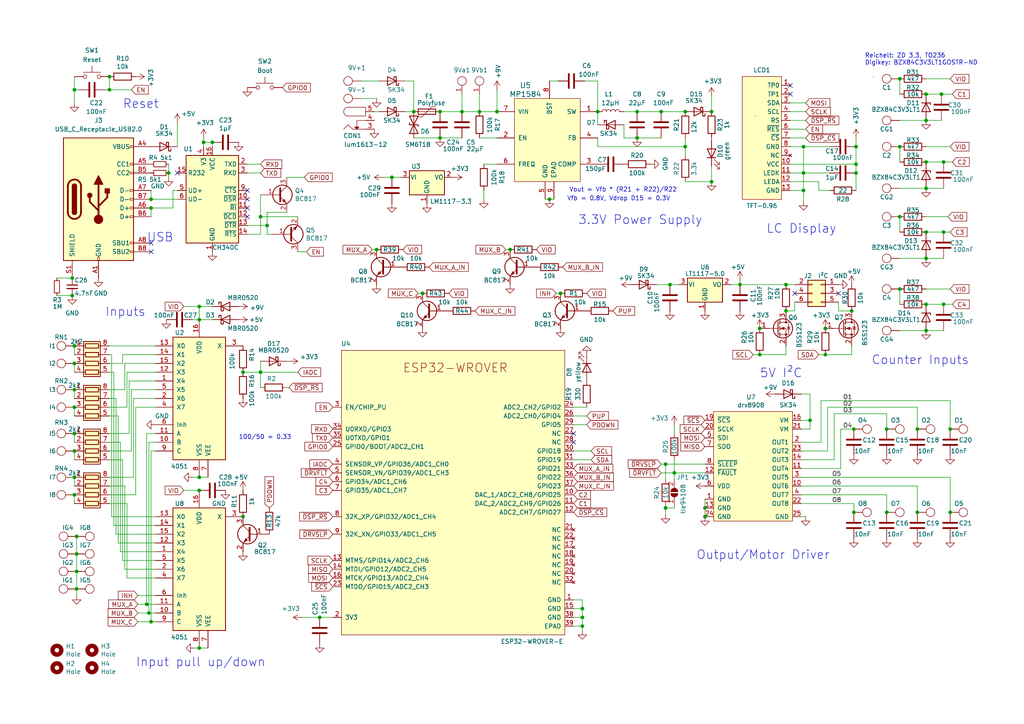
<source format=kicad_sch>
(kicad_sch (version 20230121) (generator eeschema)
  (paper "A4")
  (title_block (title "ftDuino32") (date "2022-11-01") (rev "v1.5") (company "Till Harbaum") (comment 1 "ftDuino ESP32 variant"))
  (junction (at 113.665 51.435))
  (junction (at 70.485 149.86))
  (junction (at 220.345 102.87))
  (junction (at 268.605 34.925))
  (junction (at 247.65 148.59))
  (junction (at 173.355 32.385))
  (junction (at 20.955 80.645))
  (junction (at 233.045 42.545))
  (junction (at 260.985 83.82))
  (junction (at 266.065 148.59))
  (junction (at 22.225 160.655))
  (junction (at 31.75 26.035))
  (junction (at 127.635 40.005))
  (junction (at 109.22 72.39))
  (junction (at 57.785 187.96))
  (junction (at 260.985 62.865))
  (junction (at 247.65 124.46))
  (junction (at 214.63 82.55))
  (junction (at 21.59 26.035))
  (junction (at 275.59 124.46))
  (junction (at 162.56 85.09))
  (junction (at 21.59 143.51))
  (junction (at 61.595 41.275))
  (junction (at 266.065 124.46))
  (junction (at 168.91 179.07))
  (junction (at 22.225 165.735))
  (junction (at 70.485 107.95))
  (junction (at 234.95 121.92))
  (junction (at 194.31 82.55))
  (junction (at 257.175 124.46))
  (junction (at 57.785 92.71))
  (junction (at 273.685 88.265))
  (junction (at 248.285 47.625))
  (junction (at 57.785 88.9))
  (junction (at 268.605 46.99))
  (junction (at 184.785 40.005))
  (junction (at 227.965 90.17))
  (junction (at 21.59 138.43))
  (junction (at 57.785 142.24))
  (junction (at 21.59 105.41))
  (junction (at 59.055 41.275))
  (junction (at 273.05 27.305))
  (junction (at 220.345 95.25))
  (junction (at 195.58 137.16))
  (junction (at 75.565 62.865))
  (junction (at 21.59 130.81))
  (junction (at 198.755 32.385))
  (junction (at 139.065 32.385))
  (junction (at 127.635 32.385))
  (junction (at 268.605 88.265))
  (junction (at 159.385 57.785))
  (junction (at 43.815 57.785))
  (junction (at 147.955 72.39))
  (junction (at 206.375 52.705))
  (junction (at 239.395 102.87))
  (junction (at 75.565 107.95))
  (junction (at 133.985 32.385))
  (junction (at 275.59 148.59))
  (junction (at 21.59 118.11))
  (junction (at 191.77 32.385))
  (junction (at 168.91 176.53))
  (junction (at 227.965 82.55))
  (junction (at 268.605 54.61))
  (junction (at 268.605 95.885))
  (junction (at 204.47 149.86))
  (junction (at 22.225 155.575))
  (junction (at 239.395 95.25))
  (junction (at 206.375 32.385))
  (junction (at 260.985 42.545))
  (junction (at 233.045 50.165))
  (junction (at 193.04 147.32))
  (junction (at 268.605 27.305))
  (junction (at 22.225 170.815))
  (junction (at 248.285 50.165))
  (junction (at 122.555 85.09))
  (junction (at 77.47 65.405))
  (junction (at 260.985 22.86))
  (junction (at 31.75 22.225))
  (junction (at 20.955 85.725))
  (junction (at 268.605 74.93))
  (junction (at 247.015 90.17))
  (junction (at 120.015 32.385))
  (junction (at 42.545 175.26))
  (junction (at 248.285 42.545))
  (junction (at 233.045 55.245))
  (junction (at 43.815 60.325))
  (junction (at 273.685 46.99))
  (junction (at 48.895 50.165))
  (junction (at 57.785 138.43))
  (junction (at 268.605 67.31))
  (junction (at 257.175 148.59))
  (junction (at 204.47 147.32))
  (junction (at 43.815 180.34))
  (junction (at 184.785 32.385))
  (junction (at 144.145 32.385))
  (junction (at 273.685 67.31))
  (junction (at 21.59 113.03))
  (junction (at 92.71 179.07))
  (junction (at 21.59 125.73))
  (junction (at 21.59 100.33))
  (junction (at 43.18 177.8))
  (junction (at 168.91 181.61))
  (junction (at 198.755 42.545))
  (junction (at 193.04 134.62))
  (no_connect (at 71.755 60.325))
  (no_connect (at 243.205 85.09))
  (no_connect (at 229.235 24.765))
  (no_connect (at 71.755 57.785))
  (no_connect (at 71.755 55.245))
  (no_connect (at 230.505 85.09))
  (no_connect (at 71.755 62.865))
  (no_connect (at 166.37 128.27))
  (no_connect (at 166.37 125.73))
  (no_connect (at 229.235 27.305))
  (no_connect (at 43.815 73.025))
  (no_connect (at 43.815 70.485))
  (no_connect (at 51.435 50.165))
  (wire (pts (xy 144.145 32.385) (xy 139.065 32.385)))
  (wire (pts (xy 239.395 102.87) (xy 247.015 102.87)))
  (wire (pts (xy 31.75 120.65) (xy 34.29 120.65)))
  (wire (pts (xy 248.285 40.005) (xy 248.285 42.545)))
  (wire (pts (xy 229.235 42.545) (xy 233.045 42.545)))
  (wire (pts (xy 229.235 37.465) (xy 233.68 37.465)))
  (wire (pts (xy 166.37 120.65) (xy 170.18 120.65)))
  (wire (pts (xy 260.985 34.925) (xy 268.605 34.925)))
  (wire (pts (xy 257.175 143.51) (xy 257.175 148.59)))
  (wire (pts (xy 146.685 72.39) (xy 147.955 72.39)))
  (wire (pts (xy 232.41 114.3) (xy 234.95 114.3)))
  (wire (pts (xy 193.04 134.62) (xy 204.47 134.62)))
  (wire (pts (xy 127.635 40.005) (xy 133.985 40.005)))
  (wire (pts (xy 70.485 107.95) (xy 75.565 107.95)))
  (wire (pts (xy 238.125 116.205) (xy 275.59 116.205)))
  (wire (pts (xy 34.29 157.48) (xy 45.085 157.48)))
  (wire (pts (xy 53.34 142.24) (xy 57.785 142.24)))
  (wire (pts (xy 33.02 152.4) (xy 45.085 152.4)))
  (wire (pts (xy 59.055 40.005) (xy 59.055 41.275)))
  (wire (pts (xy 166.37 133.35) (xy 171.45 133.35)))
  (wire (pts (xy 232.41 128.27) (xy 238.125 128.27)))
  (wire (pts (xy 133.985 27.305) (xy 133.985 32.385)))
  (wire (pts (xy 20.955 80.645) (xy 16.51 80.645)))
  (wire (pts (xy 180.975 40.005) (xy 180.975 36.195)))
  (wire (pts (xy 191.77 40.005) (xy 184.785 40.005)))
  (wire (pts (xy 229.235 55.245) (xy 233.045 55.245)))
  (wire (pts (xy 232.41 135.89) (xy 243.84 135.89)))
  (wire (pts (xy 40.005 175.26) (xy 42.545 175.26)))
  (wire (pts (xy 193.04 147.32) (xy 193.04 146.685)))
  (wire (pts (xy 33.02 107.95) (xy 33.02 152.4)))
  (wire (pts (xy 266.065 118.11) (xy 266.065 124.46)))
  (wire (pts (xy 229.235 52.705) (xy 237.49 52.705)))
  (wire (pts (xy 32.385 149.86) (xy 45.085 149.86)))
  (wire (pts (xy 36.83 107.95) (xy 45.085 107.95)))
  (wire (pts (xy 34.925 160.02) (xy 45.085 160.02)))
  (wire (pts (xy 240.03 130.81) (xy 240.03 118.11)))
  (wire (pts (xy 204.47 144.78) (xy 204.47 147.32)))
  (wire (pts (xy 234.95 114.3) (xy 234.95 121.92)))
  (wire (pts (xy 243.84 135.89) (xy 243.84 124.46)))
  (wire (pts (xy 121.285 85.09) (xy 122.555 85.09)))
  (wire (pts (xy 248.285 42.545) (xy 248.285 47.625)))
  (wire (pts (xy 21.59 113.03) (xy 21.59 115.57)))
  (wire (pts (xy 75.565 107.95) (xy 86.36 107.95)))
  (wire (pts (xy 195.58 137.16) (xy 191.77 137.16)))
  (wire (pts (xy 168.91 181.61) (xy 168.91 182.88)))
  (wire (pts (xy 38.1 130.81) (xy 38.1 113.03)))
  (wire (pts (xy 229.235 29.845) (xy 233.68 29.845)))
  (wire (pts (xy 21.59 105.41) (xy 21.59 107.95)))
  (wire (pts (xy 21.59 26.035) (xy 21.59 29.845)))
  (wire (pts (xy 233.045 50.165) (xy 233.045 55.245)))
  (wire (pts (xy 50.165 55.245) (xy 51.435 55.245)))
  (wire (pts (xy 139.065 27.305) (xy 139.065 32.385)))
  (wire (pts (xy 55.88 138.43) (xy 57.785 138.43)))
  (wire (pts (xy 166.37 181.61) (xy 168.91 181.61)))
  (wire (pts (xy 214.63 81.28) (xy 214.63 82.55)))
  (wire (pts (xy 31.75 125.73) (xy 37.465 125.73)))
  (wire (pts (xy 230.505 90.17) (xy 230.505 87.63)))
  (wire (pts (xy 229.235 40.005) (xy 233.68 40.005)))
  (wire (pts (xy 232.41 143.51) (xy 257.175 143.51)))
  (wire (pts (xy 268.605 54.61) (xy 273.685 54.61)))
  (wire (pts (xy 71.755 47.625) (xy 75.565 47.625)))
  (wire (pts (xy 133.985 32.385) (xy 127.635 32.385)))
  (wire (pts (xy 158.115 57.785) (xy 159.385 57.785)))
  (wire (pts (xy 204.47 147.32) (xy 204.47 149.86)))
  (wire (pts (xy 31.75 115.57) (xy 33.655 115.57)))
  (wire (pts (xy 36.83 167.64) (xy 45.085 167.64)))
  (wire (pts (xy 260.985 54.61) (xy 268.605 54.61)))
  (wire (pts (xy 38.735 138.43) (xy 38.735 115.57)))
  (wire (pts (xy 227.965 102.87) (xy 227.965 100.33)))
  (wire (pts (xy 31.75 100.33) (xy 45.085 100.33)))
  (wire (pts (xy 195.58 133.35) (xy 195.58 137.16)))
  (wire (pts (xy 36.83 118.11) (xy 36.83 107.95)))
  (wire (pts (xy 260.985 95.885) (xy 268.605 95.885)))
  (wire (pts (xy 36.195 105.41) (xy 45.085 105.41)))
  (wire (pts (xy 39.37 118.11) (xy 45.085 118.11)))
  (wire (pts (xy 43.815 180.34) (xy 45.085 180.34)))
  (wire (pts (xy 206.375 40.005) (xy 206.375 40.64)))
  (wire (pts (xy 206.375 52.705) (xy 206.375 48.26)))
  (wire (pts (xy 166.37 179.07) (xy 168.91 179.07)))
  (wire (pts (xy 191.77 32.385) (xy 198.755 32.385)))
  (wire (pts (xy 31.75 118.11) (xy 36.83 118.11)))
  (wire (pts (xy 83.82 112.395) (xy 83.185 112.395)))
  (wire (pts (xy 241.935 120.015) (xy 257.175 120.015)))
  (wire (pts (xy 268.605 67.31) (xy 273.685 67.31)))
  (wire (pts (xy 42.545 125.73) (xy 42.545 175.26)))
  (wire (pts (xy 31.75 102.87) (xy 32.385 102.87)))
  (wire (pts (xy 273.685 67.31) (xy 275.59 67.31)))
  (wire (pts (xy 75.565 112.395) (xy 75.565 107.95)))
  (wire (pts (xy 37.465 110.49) (xy 45.085 110.49)))
  (wire (pts (xy 232.41 138.43) (xy 275.59 138.43)))
  (wire (pts (xy 39.37 143.51) (xy 39.37 118.11)))
  (wire (pts (xy 268.605 34.925) (xy 273.05 34.925)))
  (wire (pts (xy 233.045 55.245) (xy 233.045 58.42)))
  (wire (pts (xy 260.985 62.865) (xy 260.985 67.31)))
  (wire (pts (xy 31.75 26.035) (xy 38.1 26.035)))
  (wire (pts (xy 22.86 26.035) (xy 21.59 26.035)))
  (wire (pts (xy 184.785 40.005) (xy 180.975 40.005)))
  (wire (pts (xy 16.51 85.725) (xy 20.955 85.725)))
  (wire (pts (xy 53.34 88.9) (xy 57.785 88.9)))
  (wire (pts (xy 40.005 177.8) (xy 43.18 177.8)))
  (wire (pts (xy 240.03 118.11) (xy 266.065 118.11)))
  (wire (pts (xy 144.145 26.035) (xy 144.145 32.385)))
  (wire (pts (xy 198.755 45.085) (xy 198.755 42.545)))
  (wire (pts (xy 86.36 62.865) (xy 75.565 62.865)))
  (wire (pts (xy 144.145 40.005) (xy 139.065 40.005)))
  (wire (pts (xy 198.755 42.545) (xy 198.755 40.005)))
  (wire (pts (xy 57.785 92.71) (xy 61.595 92.71)))
  (wire (pts (xy 243.84 124.46) (xy 247.65 124.46)))
  (wire (pts (xy 40.005 180.34) (xy 43.815 180.34)))
  (wire (pts (xy 61.595 41.275) (xy 59.055 41.275)))
  (wire (pts (xy 38.735 115.57) (xy 45.085 115.57)))
  (wire (pts (xy 31.75 113.03) (xy 36.195 113.03)))
  (wire (pts (xy 268.605 88.265) (xy 273.685 88.265)))
  (wire (pts (xy 268.605 83.82) (xy 275.59 83.82)))
  (wire (pts (xy 57.785 187.96) (xy 60.325 187.96)))
  (wire (pts (xy 22.225 160.655) (xy 22.225 155.575)))
  (wire (pts (xy 31.75 128.27) (xy 34.925 128.27)))
  (wire (pts (xy 31.75 143.51) (xy 39.37 143.51)))
  (wire (pts (xy 83.185 51.435) (xy 88.265 51.435)))
  (wire (pts (xy 31.75 146.05) (xy 36.83 146.05)))
  (wire (pts (xy 120.015 32.385) (xy 120.015 23.495)))
  (wire (pts (xy 166.37 173.99) (xy 168.91 173.99)))
  (wire (pts (xy 266.065 140.97) (xy 266.065 148.59)))
  (wire (pts (xy 104.775 23.495) (xy 109.855 23.495)))
  (wire (pts (xy 159.385 23.495) (xy 161.925 23.495)))
  (wire (pts (xy 220.345 102.87) (xy 227.965 102.87)))
  (wire (pts (xy 227.965 82.55) (xy 230.505 82.55)))
  (wire (pts (xy 193.04 149.225) (xy 193.04 147.32)))
  (wire (pts (xy 229.235 32.385) (xy 233.68 32.385)))
  (wire (pts (xy 247.65 146.05) (xy 247.65 148.59)))
  (wire (pts (xy 86.36 73.025) (xy 88.9 73.025)))
  (wire (pts (xy 233.045 42.545) (xy 240.665 42.545)))
  (wire (pts (xy 22.225 165.735) (xy 22.225 160.655)))
  (wire (pts (xy 55.88 92.71) (xy 57.785 92.71)))
  (wire (pts (xy 108.585 32.385) (xy 109.855 32.385)))
  (wire (pts (xy 117.475 23.495) (xy 120.015 23.495)))
  (wire (pts (xy 268.605 74.93) (xy 273.685 74.93)))
  (wire (pts (xy 227.965 90.17) (xy 230.505 90.17)))
  (wire (pts (xy 232.41 140.97) (xy 266.065 140.97)))
  (wire (pts (xy 180.975 32.385) (xy 184.785 32.385)))
  (wire (pts (xy 232.41 121.92) (xy 234.95 121.92)))
  (wire (pts (xy 21.59 138.43) (xy 21.59 140.97)))
  (wire (pts (xy 212.09 82.55) (xy 214.63 82.55)))
  (wire (pts (xy 260.985 74.93) (xy 268.605 74.93)))
  (wire (pts (xy 75.565 67.945) (xy 75.565 62.865)))
  (wire (pts (xy 51.435 42.545) (xy 51.435 35.56)))
  (wire (pts (xy 61.595 88.9) (xy 57.785 88.9)))
  (wire (pts (xy 195.58 123.19) (xy 195.58 125.73)))
  (wire (pts (xy 32.385 102.87) (xy 32.385 149.86)))
  (wire (pts (xy 198.755 52.705) (xy 206.375 52.705)))
  (wire (pts (xy 50.165 60.325) (xy 50.165 55.245)))
  (wire (pts (xy 43.18 128.27) (xy 43.18 177.8)))
  (wire (pts (xy 57.785 138.43) (xy 60.325 138.43)))
  (wire (pts (xy 34.29 120.65) (xy 34.29 157.48)))
  (wire (pts (xy 21.59 118.11) (xy 21.59 120.65)))
  (wire (pts (xy 45.085 125.73) (xy 42.545 125.73)))
  (wire (pts (xy 36.195 165.1) (xy 45.085 165.1)))
  (wire (pts (xy 170.18 118.11) (xy 166.37 118.11)))
  (wire (pts (xy 40.005 172.72) (xy 45.085 172.72)))
  (wire (pts (xy 21.59 125.73) (xy 21.59 128.27)))
  (wire (pts (xy 77.47 61.595) (xy 83.185 61.595)))
  (wire (pts (xy 232.41 124.46) (xy 234.95 124.46)))
  (wire (pts (xy 214.63 82.55) (xy 227.965 82.55)))
  (wire (pts (xy 229.235 50.165) (xy 233.045 50.165)))
  (wire (pts (xy 37.465 125.73) (xy 37.465 110.49)))
  (wire (pts (xy 35.56 162.56) (xy 45.085 162.56)))
  (wire (pts (xy 109.22 28.575) (xy 104.775 28.575)))
  (wire (pts (xy 31.75 107.95) (xy 33.02 107.95)))
  (wire (pts (xy 247.015 102.87) (xy 247.015 100.33)))
  (wire (pts (xy 168.91 179.07) (xy 168.91 181.61)))
  (wire (pts (xy 83.185 104.775) (xy 83.82 104.775)))
  (wire (pts (xy 275.59 22.86) (xy 268.605 22.86)))
  (wire (pts (xy 139.065 32.385) (xy 133.985 32.385)))
  (wire (pts (xy 21.59 100.33) (xy 21.59 102.87)))
  (wire (pts (xy 36.195 113.03) (xy 36.195 105.41)))
  (wire (pts (xy 237.49 52.705) (xy 237.49 55.245)))
  (wire (pts (xy 173.355 32.385) (xy 173.355 23.495)))
  (wire (pts (xy 34.925 128.27) (xy 34.925 160.02)))
  (wire (pts (xy 229.235 34.925) (xy 233.68 34.925)))
  (wire (pts (xy 87.63 179.07) (xy 92.71 179.07)))
  (wire (pts (xy 42.545 175.26) (xy 45.085 175.26)))
  (wire (pts (xy 268.605 46.99) (xy 273.685 46.99)))
  (wire (pts (xy 107.95 72.39) (xy 109.22 72.39)))
  (wire (pts (xy 195.58 146.685) (xy 195.58 147.32)))
  (wire (pts (xy 238.125 128.27) (xy 238.125 116.205)))
  (wire (pts (xy 31.75 138.43) (xy 38.735 138.43)))
  (wire (pts (xy 71.755 67.945) (xy 75.565 67.945)))
  (wire (pts (xy 21.59 130.81) (xy 21.59 133.35)))
  (wire (pts (xy 166.37 123.19) (xy 170.18 123.19)))
  (wire (pts (xy 195.58 137.16) (xy 204.47 137.16)))
  (wire (pts (xy 33.655 115.57) (xy 33.655 154.94)))
  (wire (pts (xy 257.175 120.015) (xy 257.175 124.46)))
  (wire (pts (xy 48.895 50.165) (xy 48.895 51.435)))
  (wire (pts (xy 232.41 146.05) (xy 247.65 146.05)))
  (wire (pts (xy 111.125 51.435) (xy 113.665 51.435)))
  (wire (pts (xy 120.015 40.005) (xy 127.635 40.005)))
  (wire (pts (xy 92.71 179.07) (xy 96.52 179.07)))
  (wire (pts (xy 159.385 57.785) (xy 160.655 57.785)))
  (wire (pts (xy 275.59 116.205) (xy 275.59 124.46)))
  (wire (pts (xy 77.47 67.945) (xy 78.74 67.945)))
  (wire (pts (xy 77.47 61.595) (xy 77.47 65.405)))
  (wire (pts (xy 71.755 50.165) (xy 75.565 50.165)))
  (wire (pts (xy 31.75 140.97) (xy 36.195 140.97)))
  (wire (pts (xy 43.18 128.27) (xy 45.085 128.27)))
  (wire (pts (xy 268.605 27.305) (xy 273.05 27.305)))
  (wire (pts (xy 43.815 60.325) (xy 43.815 62.865)))
  (wire (pts (xy 161.29 85.09) (xy 162.56 85.09)))
  (wire (pts (xy 260.985 22.86) (xy 260.985 27.305)))
  (wire (pts (xy 31.75 130.81) (xy 38.1 130.81)))
  (wire (pts (xy 21.59 22.225) (xy 21.59 26.035)))
  (wire (pts (xy 22.225 170.815) (xy 22.225 165.735)))
  (wire (pts (xy 166.37 176.53) (xy 168.91 176.53)))
  (wire (pts (xy 218.44 102.87) (xy 220.345 102.87)))
  (wire (pts (xy 168.91 173.99) (xy 168.91 176.53)))
  (wire (pts (xy 233.045 42.545) (xy 233.045 50.165)))
  (wire (pts (xy 57.785 88.9) (xy 57.785 92.71)))
  (wire (pts (xy 77.47 65.405) (xy 77.47 67.945)))
  (wire (pts (xy 173.355 40.005) (xy 173.355 42.545)))
  (wire (pts (xy 75.565 62.865) (xy 75.565 56.515)))
  (wire (pts (xy 275.59 138.43) (xy 275.59 148.59)))
  (wire (pts (xy 38.1 113.03) (xy 45.085 113.03)))
  (wire (pts (xy 237.49 55.245) (xy 240.665 55.245)))
  (wire (pts (xy 61.595 41.275) (xy 61.595 42.545)))
  (wire (pts (xy 195.58 139.065) (xy 195.58 137.16)))
  (wire (pts (xy 31.75 105.41) (xy 35.56 105.41)))
  (wire (pts (xy 140.335 57.785) (xy 140.335 55.245)))
  (wire (pts (xy 243.205 87.63) (xy 243.205 90.17)))
  (wire (pts (xy 193.04 139.065) (xy 193.04 134.62)))
  (wire (pts (xy 43.815 130.81) (xy 43.815 180.34)))
  (wire (pts (xy 193.04 134.62) (xy 191.77 134.62)))
  (wire (pts (xy 21.59 143.51) (xy 21.59 146.05)))
  (wire (pts (xy 273.685 88.265) (xy 276.225 88.265)))
  (wire (pts (xy 31.75 22.225) (xy 31.75 26.035)))
  (wire (pts (xy 59.055 41.275) (xy 59.055 42.545)))
  (wire (pts (xy 140.335 47.625) (xy 144.145 47.625)))
  (wire (pts (xy 241.935 133.35) (xy 241.935 120.015)))
  (wire (pts (xy 248.285 47.625) (xy 248.285 50.165)))
  (wire (pts (xy 45.085 130.81) (xy 43.815 130.81)))
  (wire (pts (xy 117.475 32.385) (xy 120.015 32.385)))
  (wire (pts (xy 273.685 46.99) (xy 276.225 46.99)))
  (wire (pts (xy 194.31 82.55) (xy 196.85 82.55)))
  (wire (pts (xy 237.49 102.87) (xy 239.395 102.87)))
  (wire (pts (xy 260.985 42.545) (xy 260.985 46.99)))
  (wire (pts (xy 248.285 50.165) (xy 248.285 55.245)))
  (wire (pts (xy 173.355 23.495) (xy 169.545 23.495)))
  (wire (pts (xy 243.205 90.17) (xy 247.015 90.17)))
  (wire (pts (xy 43.18 177.8) (xy 45.085 177.8)))
  (wire (pts (xy 193.04 147.32) (xy 195.58 147.32)))
  (wire (pts (xy 232.41 130.81) (xy 240.03 130.81)))
  (wire (pts (xy 36.83 146.05) (xy 36.83 167.64)))
  (wire (pts (xy 35.56 133.35) (xy 35.56 162.56)))
  (wire (pts (xy 43.815 57.785) (xy 51.435 57.785)))
  (wire (pts (xy 166.37 130.81) (xy 171.45 130.81)))
  (wire (pts (xy 276.225 27.305) (xy 273.05 27.305)))
  (wire (pts (xy 113.665 51.435) (xy 116.205 51.435)))
  (wire (pts (xy 22.225 172.72) (xy 22.225 170.815)))
  (wire (pts (xy 232.41 149.86) (xy 233.68 149.86)))
  (wire (pts (xy 260.985 83.82) (xy 260.985 88.265)))
  (wire (pts (xy 184.785 32.385) (xy 191.77 32.385)))
  (wire (pts (xy 190.5 82.55) (xy 194.31 82.55)))
  (wire (pts (xy 36.195 140.97) (xy 36.195 165.1)))
  (wire (pts (xy 173.355 36.195) (xy 173.355 32.385)))
  (wire (pts (xy 43.815 55.245) (xy 43.815 57.785)))
  (wire (pts (xy 206.375 32.385) (xy 206.375 27.94)))
  (wire (pts (xy 43.815 60.325) (xy 50.165 60.325)))
  (wire (pts (xy 168.91 176.53) (xy 168.91 179.07)))
  (wire (pts (xy 173.355 42.545) (xy 198.755 42.545)))
  (wire (pts (xy 35.56 105.41) (xy 35.56 102.87)))
  (wire (pts (xy 48.895 47.625) (xy 48.895 50.165)))
  (wire (pts (xy 233.045 50.165) (xy 240.665 50.165)))
  (wire (pts (xy 274.955 62.865) (xy 268.605 62.865)))
  (wire (pts (xy 229.235 47.625) (xy 248.285 47.625)))
  (wire (pts (xy 31.75 26.035) (xy 30.48 26.035)))
  (wire (pts (xy 75.565 104.775) (xy 75.565 107.95)))
  (wire (pts (xy 234.95 124.46) (xy 234.95 121.92)))
  (wire (pts (xy 31.75 133.35) (xy 35.56 133.35)))
  (wire (pts (xy 268.605 95.885) (xy 273.685 95.885)))
  (wire (pts (xy 35.56 102.87) (xy 45.085 102.87)))
  (wire (pts (xy 71.755 65.405) (xy 77.47 65.405)))
  (wire (pts (xy 33.655 154.94) (xy 45.085 154.94)))
  (wire (pts (xy 232.41 133.35) (xy 241.935 133.35)))
  (wire (pts (xy 275.59 42.545) (xy 268.605 42.545)))
  (wire (pts (xy 56.515 187.96) (xy 57.785 187.96)))
  (text "5V I²C" (at 220.345 109.855 0) (effects (font (size 2.54 2.54)) (justify left bottom)))
  (text "Input pull up/down" (at 39.37 193.675 0) (effects (font (size 2.54 2.54)) (justify left bottom)))
  (text "Reset" (at 35.56 31.75 0) (effects (font (size 2.54 2.54)) (justify left bottom)))
  (text "Output/Motor Driver" (at 201.93 162.56 0) (effects (font (size 2.54 2.54)) (justify left bottom)))
  (text "Vout = Vfb * (R21 + R22)/R22" (at 165.1 55.88 0) (effects (font (size 1.27 1.27)) (justify left bottom)))
  (text "3.3V Power Supply" (at 167.64 65.405 0) (effects (font (size 2.54 2.54)) (justify left bottom)))
  (text "Counter Inputs" (at 252.73 106.045 0) (effects (font (size 2.54 2.54)) (justify left bottom)))
  (text "Inputs" (at 30.48 92.075 0) (effects (font (size 2.54 2.54)) (justify left bottom)))
  (text "100/50 = 0.33" (at 69.215 127.635 0) (effects (font (size 1.27 1.27)) (justify left bottom)))
  (text "USB" (at 42.545 70.485 0) (effects (font (size 2.54 2.54)) (justify left bottom)))
  (text "LC Display" (at 222.25 67.945 0) (effects (font (size 2.54 2.54)) (justify left bottom)))
  (text "Vfb = 0.8V, Vdrop D15 = 0.3V\n" (at 164.465 58.42 0) (effects (font (size 1.27 1.27)) (justify left bottom)))
  (text "Reichelt: ZD 3,3, TO236\nDigikey: BZX84C3V3LT1GOSTR-ND" (at 250.825 19.05 0) (effects (font (size 1.27 1.27)) (justify left bottom)))
  (label "O6" (at 241.3 140.97 0))
  (label "O8" (at 241.3 146.05 0))
  (label "O2" (at 244.475 118.11 0))
  (label "O5" (at 241.3 138.43 0))
  (label "O7" (at 241.3 143.51 0))
  (label "O1" (at 244.475 116.205 0))
  (label "O4" (at 244.475 124.46 0))
  (label "O3" (at 244.475 120.015 0))
  (global_label "~{SCS}" (shape input) (at 96.52 170.18 180) (property "Intersheetrefs" "${INTERSHEET_REFS}" (effects hide)))
  (global_label "MUX_B" (shape input) (at 146.685 72.39 180) (property "Intersheetrefs" "${INTERSHEET_REFS}" (effects hide)))
  (global_label "SCLK" (shape input) (at 233.68 32.385 0) (property "Intersheetrefs" "${INTERSHEET_REFS}" (effects hide)))
  (global_label "EN" (shape input) (at 96.52 118.11 180) (property "Intersheetrefs" "${INTERSHEET_REFS}" (effects hide)))
  (global_label "SCLK" (shape input) (at 96.52 162.56 180) (property "Intersheetrefs" "${INTERSHEET_REFS}" (effects hide)))
  (global_label "EN" (shape input) (at 233.68 37.465 0) (property "Intersheetrefs" "${INTERSHEET_REFS}" (effects hide)))
  (global_label "~{DSP_RS}" (shape input) (at 233.68 34.925 0) (property "Intersheetrefs" "${INTERSHEET_REFS}" (effects hide)))
  (global_label "PDOWN" (shape input) (at 170.18 123.19 0) (property "Intersheetrefs" "${INTERSHEET_REFS}" (effects hide)))
  (global_label "MUX_B_IN" (shape input) (at 163.195 77.47 0) (property "Intersheetrefs" "${INTERSHEET_REFS}" (effects hide)))
  (global_label "TXD" (shape input) (at 96.52 127 180) (property "Intersheetrefs" "${INTERSHEET_REFS}" (effects hide)))
  (global_label "~{DSP_CS}" (shape input) (at 233.68 40.005 0) (property "Intersheetrefs" "${INTERSHEET_REFS}" (effects hide)))
  (global_label "MOSI" (shape input) (at 96.52 167.64 180) (property "Intersheetrefs" "${INTERSHEET_REFS}" (effects hide)))
  (global_label "MUX_C_IN" (shape input) (at 166.37 140.97 0) (property "Intersheetrefs" "${INTERSHEET_REFS}" (effects hide)))
  (global_label "VIO" (shape input) (at 155.575 72.39 0) (property "Intersheetrefs" "${INTERSHEET_REFS}" (effects hide)))
  (global_label "C2" (shape input) (at 276.225 46.99 0) (property "Intersheetrefs" "${INTERSHEET_REFS}" (effects hide)))
  (global_label "C1" (shape input) (at 166.37 146.05 0) (property "Intersheetrefs" "${INTERSHEET_REFS}" (effects hide)))
  (global_label "~{DRVFLT}" (shape input) (at 191.77 137.16 180) (property "Intersheetrefs" "${INTERSHEET_REFS}" (effects hide)))
  (global_label "SCL" (shape input) (at 218.44 102.87 180) (property "Intersheetrefs" "${INTERSHEET_REFS}" (effects hide)))
  (global_label "~{DRVFLT}" (shape input) (at 96.52 137.16 180) (property "Intersheetrefs" "${INTERSHEET_REFS}" (effects hide)))
  (global_label "INH" (shape input) (at 161.29 85.09 180) (property "Intersheetrefs" "${INTERSHEET_REFS}" (effects hide)))
  (global_label "C3" (shape input) (at 275.59 67.31 0) (property "Intersheetrefs" "${INTERSHEET_REFS}" (effects hide)))
  (global_label "GPIO0" (shape input) (at 88.265 51.435 0) (property "Intersheetrefs" "${INTERSHEET_REFS}" (effects hide)))
  (global_label "GPIO0" (shape input) (at 81.915 25.4 0) (property "Intersheetrefs" "${INTERSHEET_REFS}" (effects hide)))
  (global_label "VIO" (shape input) (at 130.175 85.09 0) (property "Intersheetrefs" "${INTERSHEET_REFS}" (effects hide)))
  (global_label "TXD" (shape input) (at 75.565 50.165 0) (property "Intersheetrefs" "${INTERSHEET_REFS}" (effects hide)))
  (global_label "VIO" (shape input) (at 170.18 85.09 0) (property "Intersheetrefs" "${INTERSHEET_REFS}" (effects hide)))
  (global_label "C4" (shape input) (at 276.225 88.265 0) (property "Intersheetrefs" "${INTERSHEET_REFS}" (effects hide)))
  (global_label "~{DRVSLP}" (shape input) (at 191.77 134.62 180) (property "Intersheetrefs" "${INTERSHEET_REFS}" (effects hide)))
  (global_label "MISO" (shape input) (at 204.47 129.54 180) (property "Intersheetrefs" "${INTERSHEET_REFS}" (effects hide)))
  (global_label "MUX_C" (shape input) (at 121.285 85.09 180) (property "Intersheetrefs" "${INTERSHEET_REFS}" (effects hide)))
  (global_label "PUP" (shape input) (at 170.18 120.65 0) (property "Intersheetrefs" "${INTERSHEET_REFS}" (effects hide)))
  (global_label "IADC" (shape input) (at 96.52 134.62 180) (property "Intersheetrefs" "${INTERSHEET_REFS}" (effects hide)))
  (global_label "PDOWN" (shape input) (at 78.105 147.32 90) (property "Intersheetrefs" "${INTERSHEET_REFS}" (effects hide)))
  (global_label "EN" (shape input) (at 88.9 73.025 0) (property "Intersheetrefs" "${INTERSHEET_REFS}" (effects hide)))
  (global_label "RXD" (shape input) (at 96.52 124.46 180) (property "Intersheetrefs" "${INTERSHEET_REFS}" (effects hide)))
  (global_label "RXD" (shape input) (at 75.565 47.625 0) (property "Intersheetrefs" "${INTERSHEET_REFS}" (effects hide)))
  (global_label "MISO" (shape input) (at 96.52 165.1 180) (property "Intersheetrefs" "${INTERSHEET_REFS}" (effects hide)))
  (global_label "VIO" (shape input) (at 275.59 83.82 0) (property "Intersheetrefs" "${INTERSHEET_REFS}" (effects hide)))
  (global_label "EN" (shape input) (at 38.1 26.035 0) (property "Intersheetrefs" "${INTERSHEET_REFS}" (effects hide)))
  (global_label "VIO" (shape input) (at 274.955 62.865 0) (property "Intersheetrefs" "${INTERSHEET_REFS}" (effects hide)))
  (global_label "IADC" (shape input) (at 86.36 107.95 0) (property "Intersheetrefs" "${INTERSHEET_REFS}" (effects hide)))
  (global_label "MUX_A" (shape input) (at 107.95 72.39 180) (property "Intersheetrefs" "${INTERSHEET_REFS}" (effects hide)))
  (global_label "VIO" (shape input) (at 275.59 22.86 0) (property "Intersheetrefs" "${INTERSHEET_REFS}" (effects hide)))
  (global_label "~{DSP_RS}" (shape input) (at 83.82 112.395 0) (property "Intersheetrefs" "${INTERSHEET_REFS}" (effects hide)))
  (global_label "MUX_B" (shape input) (at 40.005 177.8 180) (property "Intersheetrefs" "${INTERSHEET_REFS}" (effects hide)))
  (global_label "SCLK" (shape input) (at 204.47 124.46 180) (property "Intersheetrefs" "${INTERSHEET_REFS}" (effects hide)))
  (global_label "C3" (shape input) (at 96.52 142.24 180) (property "Intersheetrefs" "${INTERSHEET_REFS}" (effects hide)))
  (global_label "SDA" (shape input) (at 171.45 133.35 0) (property "Intersheetrefs" "${INTERSHEET_REFS}" (effects hide)))
  (global_label "C1" (shape input) (at 276.225 27.305 0) (property "Intersheetrefs" "${INTERSHEET_REFS}" (effects hide)))
  (global_label "MUX_A_IN" (shape input) (at 124.46 77.47 0) (property "Intersheetrefs" "${INTERSHEET_REFS}" (effects hide)))
  (global_label "MUX_B_IN" (shape input) (at 166.37 138.43 0) (property "Intersheetrefs" "${INTERSHEET_REFS}" (effects hide)))
  (global_label "MOSI" (shape input) (at 233.68 29.845 0) (property "Intersheetrefs" "${INTERSHEET_REFS}" (effects hide)))
  (global_label "PUP" (shape input) (at 177.8 90.17 0) (property "Intersheetrefs" "${INTERSHEET_REFS}" (effects hide)))
  (global_label "MUX_C" (shape input) (at 40.005 180.34 180) (property "Intersheetrefs" "${INTERSHEET_REFS}" (effects hide)))
  (global_label "VIO" (shape input) (at 53.34 88.9 180) (property "Intersheetrefs" "${INTERSHEET_REFS}" (effects hide)))
  (global_label "VIO" (shape input) (at 275.59 42.545 0) (property "Intersheetrefs" "${INTERSHEET_REFS}" (effects hide)))
  (global_label "~{SCS}" (shape input) (at 204.47 121.92 180) (property "Intersheetrefs" "${INTERSHEET_REFS}" (effects hide)))
  (global_label "MUX_A" (shape input) (at 40.005 175.26 180) (property "Intersheetrefs" "${INTERSHEET_REFS}" (effects hide)))
  (global_label "~{DRVSLP}" (shape input) (at 96.52 154.94 180) (property "Intersheetrefs" "${INTERSHEET_REFS}" (effects hide)))
  (global_label "GPIO0" (shape input) (at 96.52 129.54 180) (property "Intersheetrefs" "${INTERSHEET_REFS}" (effects hide)))
  (global_label "INH" (shape input) (at 40.005 172.72 180) (property "Intersheetrefs" "${INTERSHEET_REFS}" (effects hide)))
  (global_label "SCL" (shape input) (at 171.45 130.81 0) (property "Intersheetrefs" "${INTERSHEET_REFS}" (effects hide)))
  (global_label "VIO" (shape input) (at 53.34 142.24 180) (property "Intersheetrefs" "${INTERSHEET_REFS}" (effects hide)))
  (global_label "SDA" (shape input) (at 237.49 102.87 180) (property "Intersheetrefs" "${INTERSHEET_REFS}" (effects hide)))
  (global_label "C4" (shape input) (at 96.52 139.7 180) (property "Intersheetrefs" "${INTERSHEET_REFS}" (effects hide)))
  (global_label "MUX_A_IN" (shape input) (at 166.37 135.89 0) (property "Intersheetrefs" "${INTERSHEET_REFS}" (effects hide)))
  (global_label "C2" (shape input) (at 166.37 143.51 0) (property "Intersheetrefs" "${INTERSHEET_REFS}" (effects hide)))
  (global_label "~{DSP_CS}" (shape input) (at 166.37 148.59 0) (property "Intersheetrefs" "${INTERSHEET_REFS}" (effects hide)))
  (global_label "VIO" (shape input) (at 116.84 72.39 0) (property "Intersheetrefs" "${INTERSHEET_REFS}" (effects hide)))
  (global_label "MOSI" (shape input) (at 204.47 127 180) (property "Intersheetrefs" "${INTERSHEET_REFS}" (effects hide)))
  (global_label "~{DSP_RS}" (shape input) (at 96.52 149.86 180) (property "Intersheetrefs" "${INTERSHEET_REFS}" (effects hide)))
  (global_label "MUX_C_IN" (shape input) (at 137.795 90.17 0) (property "Intersheetrefs" "${INTERSHEET_REFS}" (effects hide)))
  (symbol (lib_name "Sleeve_4") (lib_id "ftduino:Sleeve") (at 17.78 118.11 0) (unit 1)
    (property "Reference" "I4" (at 15.24 118.11 0))
    (property "Value" "Sleeve" (effects hide))
    (property "Footprint" "ftduino:sleeve" (effects hide))
  )
  (symbol (lib_name "Sleeve_3") (lib_id "ftduino:Sleeve") (at 17.78 113.03 0) (unit 1)
    (property "Reference" "I3" (at 15.24 113.03 0))
    (property "Value" "Sleeve" (effects hide))
    (property "Footprint" "ftduino:sleeve" (effects hide))
  )
  (symbol (lib_name "Sleeve_13") (lib_id "ftduino:Sleeve") (at 18.415 160.655 0) (unit 1)
    (property "Reference" "IG3" (at 19.685 158.115 0))
    (property "Value" "Sleeve" (effects hide))
    (property "Footprint" "ftduino:sleeve" (effects hide))
  )
  (symbol (lib_name "Sleeve_14") (lib_id "ftduino:Sleeve") (at 18.415 155.575 0) (unit 1)
    (property "Reference" "IG4" (at 19.685 153.035 0))
    (property "Value" "Sleeve" (effects hide))
    (property "Footprint" "ftduino:sleeve" (effects hide))
  )
  (symbol (lib_name "Sleeve_1") (lib_id "ftduino:Sleeve") (at 17.78 105.41 0) (unit 1)
    (property "Reference" "I2" (at 15.24 105.41 0))
    (property "Value" "Sleeve" (effects hide))
    (property "Footprint" "ftduino:sleeve" (effects hide))
  )
  (symbol (lib_name "Sleeve_2") (lib_id "ftduino:Sleeve") (at 17.78 100.33 0) (unit 1)
    (property "Reference" "I1" (at 15.24 100.33 0))
    (property "Value" "Sleeve" (effects hide))
    (property "Footprint" "ftduino:sleeve" (effects hide))
  )
  (symbol (lib_name "Sleeve_11") (lib_id "ftduino:Sleeve") (at 18.415 170.815 0) (unit 1)
    (property "Reference" "IG1" (at 19.685 168.275 0))
    (property "Value" "Sleeve" (effects hide))
    (property "Footprint" "ftduino:sleeve" (effects hide))
  )
  (symbol (lib_name "Sleeve_12") (lib_id "ftduino:Sleeve") (at 18.415 165.735 0) (unit 1)
    (property "Reference" "IG2" (at 19.685 163.195 0))
    (property "Value" "Sleeve" (effects hide))
    (property "Footprint" "ftduino:sleeve" (effects hide))
  )
  (symbol (lib_id "ftduino:lum1613-12") (at 103.505 34.925 0) (unit 1)
    (property "Reference" "CON1" (at 102.235 39.37 0))
    (property "Value" "lum1613-12" (at 106.045 41.91 0))
    (property "Footprint" "ftduino:lum1613-12" (effects hide))
  )
  (symbol (lib_name "Sleeve_6") (lib_id "ftduino:Sleeve") (at 17.78 130.81 0) (unit 1)
    (property "Reference" "I6" (at 15.24 130.81 0))
    (property "Value" "Sleeve" (effects hide))
    (property "Footprint" "ftduino:sleeve" (effects hide))
  )
  (symbol (lib_name "Sleeve_5") (lib_id "ftduino:Sleeve") (at 17.78 125.73 0) (unit 1)
    (property "Reference" "I5" (at 15.24 125.73 0))
    (property "Value" "Sleeve" (effects hide))
    (property "Footprint" "ftduino:sleeve" (effects hide))
  )
  (symbol (lib_name "Sleeve_15") (lib_id "ftduino:Sleeve") (at 26.035 170.815 0) (mirror y) (unit 1)
    (property "Reference" "IG5" (at 24.765 168.275 0))
    (property "Value" "Sleeve" (effects hide))
    (property "Footprint" "ftduino:sleeve" (effects hide))
  )
  (symbol (lib_name "Sleeve_8") (lib_id "ftduino:Sleeve") (at 17.78 143.51 0) (unit 1)
    (property "Reference" "I8" (at 15.24 143.51 0))
    (property "Value" "Sleeve" (effects hide))
    (property "Footprint" "ftduino:sleeve" (effects hide))
  )
  (symbol (lib_name "Sleeve_7") (lib_id "ftduino:Sleeve") (at 17.78 138.43 0) (unit 1)
    (property "Reference" "I7" (at 15.24 138.43 0))
    (property "Value" "Sleeve" (effects hide))
    (property "Footprint" "ftduino:sleeve" (effects hide))
  )
  (symbol (lib_name "Sleeve_17") (lib_id "ftduino:Sleeve") (at 26.035 160.655 0) (mirror y) (unit 1)
    (property "Reference" "IG7" (at 24.765 158.115 0))
    (property "Value" "Sleeve" (effects hide))
    (property "Footprint" "ftduino:sleeve" (effects hide))
  )
  (symbol (lib_name "Sleeve_18") (lib_id "ftduino:Sleeve") (at 26.035 155.575 0) (mirror y) (unit 1)
    (property "Reference" "IG8" (at 24.765 153.035 0))
    (property "Value" "Sleeve" (effects hide))
    (property "Footprint" "ftduino:sleeve" (effects hide))
  )
  (symbol (lib_id "power:GND") (at 22.225 172.72 0) (unit 1)
    (property "Reference" "#PWR021" (effects hide))
    (property "Value" "GND" (effects hide))
  )
  (symbol (lib_name "Sleeve_16") (lib_id "ftduino:Sleeve") (at 26.035 165.735 0) (mirror y) (unit 1)
    (property "Reference" "IG6" (at 24.765 163.195 0))
    (property "Value" "Sleeve" (effects hide))
    (property "Footprint" "ftduino:sleeve" (effects hide))
  )
  (symbol (lib_id "Espressif:ESP32-WROVER-E") (at 130.81 143.51 0) (unit 1)
    (property "Reference" "U4" (at 100.33 99.695 0))
    (property "Value" "ESP32-WROVER-E" (at 154.305 186.055 0))
    (property "Footprint" "Espressif:ESP32-WROVER-E" (effects hide))
    (property "Datasheet" "https://www.espressif.com/sites/default/files/documentation/esp32-wrover-e_esp32-wrover-ie_datasheet_en.pdf" (effects hide))
    (property "JLCPCB Position Offset" "0,-3.175" (effects hide))
    (property "LCSC" "C529591" (effects hide))
  )
  (symbol (lib_id "ftduino:drv8908") (at 218.44 134.62 0) (unit 1)
    (property "Reference" "U7" (at 217.805 115.189 0))
    (property "Value" "drv8908" (at 217.805 117.5004 0))
    (property "Footprint" "Package_SO:HTSSOP-24-1EP_4.4x7.8mm_P0.65mm_EP3.4x7.8mm_Mask2.4x4.68mm_ThermalVias" (effects hide))
  )
  (symbol (lib_name "Sleeve_9") (lib_id "ftduino:Sleeve") (at 100.965 23.495 0) (unit 1)
    (property "Reference" "9V+1" (at 103.505 19.685 0))
    (property "Value" "Sleeve" (effects hide))
    (property "Footprint" "ftduino:sleeve" (effects hide))
  )
  (symbol (lib_id "mp1584:MP1584") (at 159.385 40.005 0) (unit 1)
    (property "Reference" "U5" (at 152.4 24.765 0) (effects (font (size 1.524 1.524))))
    (property "Value" "MP1584" (at 152.4 27.305 0) (effects (font (size 1.524 1.524))))
    (property "Footprint" "Package_SO:SOIC-8-1EP_3.9x4.9mm_P1.27mm_EP2.514x3.2mm_ThermalVias" (effects hide))
    (property "JLCPCB Rotation Offset" "-90" (effects hide))
  )
  (symbol (lib_name "Sleeve_10") (lib_id "ftduino:Sleeve") (at 100.965 28.575 0) (unit 1)
    (property "Reference" "9V-1" (at 103.505 26.035 0))
    (property "Value" "Sleeve" (effects hide))
    (property "Footprint" "ftduino:sleeve" (effects hide))
  )
  (symbol (lib_id "power:GND") (at 109.22 28.575 0) (unit 1)
    (property "Reference" "#PWR017" (effects hide))
    (property "Value" "GND" (effects hide))
  )
  (symbol (lib_id "power:GND") (at 159.385 57.785 0) (unit 1)
    (property "Reference" "#PWR026" (effects hide))
    (property "Value" "GND" (effects hide))
  )
  (symbol (lib_id "Interface_USB:CH340C") (at 61.595 57.785 0) (unit 1)
    (property "Reference" "U1" (at 54.61 43.18 0))
    (property "Value" "CH340C" (at 65.405 71.755 0))
    (property "Footprint" "Package_SO:SOIC-16_3.9x9.9mm_P1.27mm" (effects hide))
    (property "Datasheet" "https://datasheet.lcsc.com/szlcsc/Jiangsu-Qin-Heng-CH340C_C84681.pdf" (effects hide))
    (property "JLCPCB Rotation Offset" "-90" (effects hide))
  )
  (symbol (lib_id "power:GND") (at 168.91 182.88 0) (unit 1)
    (property "Reference" "#PWR027" (effects hide))
    (property "Value" "GND" (effects hide))
  )
  (symbol (lib_id "power:GND") (at 61.595 73.025 0) (unit 1)
    (property "Reference" "#PWR08" (effects hide))
    (property "Value" "GND" (effects hide))
  )
  (symbol (lib_id "power:GND") (at 233.68 149.86 0) (unit 1)
    (property "Reference" "#PWR043" (effects hide))
    (property "Value" "GND" (effects hide))
  )
  (symbol (lib_id "power:GND") (at 204.47 149.86 0) (unit 1)
    (property "Reference" "#PWR038" (effects hide))
    (property "Value" "GND" (effects hide))
  )
  (symbol (lib_id "ftduino:Sleeve") (at 139.065 23.495 270) (unit 1)
    (property "Reference" "9Vb1" (at 139.065 20.32 90))
    (property "Value" "Sleeve" (effects hide))
    (property "Footprint" "ftduino:sleeve" (effects hide))
  )
  (symbol (lib_id "ftduino:Sleeve") (at 133.985 23.495 270) (unit 1)
    (property "Reference" "9Va1" (at 133.985 20.32 90))
    (property "Value" "Sleeve" (effects hide))
    (property "Footprint" "ftduino:sleeve" (effects hide))
  )
  (symbol (lib_id "power:+9V") (at 144.145 26.035 0) (unit 1)
    (property "Reference" "#PWR025" (effects hide))
    (property "Value" "+9V" (at 144.526 22.7838 90) (effects (justify left)))
  )
  (symbol (lib_name "Sleeve_29") (lib_id "ftduino:Sleeve") (at 257.175 42.545 0) (unit 1)
    (property "Reference" "C2" (at 257.175 45.085 0))
    (property "Value" "Sleeve" (effects hide))
    (property "Footprint" "ftduino:sleeve" (effects hide))
  )
  (symbol (lib_name "Sleeve_27") (lib_id "ftduino:Sleeve") (at 257.175 22.86 0) (unit 1)
    (property "Reference" "C1" (at 257.175 25.4 0))
    (property "Value" "Sleeve" (effects hide))
    (property "Footprint" "ftduino:sleeve" (effects hide))
  )
  (symbol (lib_name "Sleeve_28") (lib_id "ftduino:Sleeve") (at 257.175 34.925 0) (unit 1)
    (property "Reference" "CG1" (at 257.175 37.465 0))
    (property "Value" "Sleeve" (effects hide))
    (property "Footprint" "ftduino:sleeve" (effects hide))
  )
  (symbol (lib_id "power:GND") (at 268.605 34.925 0) (unit 1)
    (property "Reference" "#PWR058" (effects hide))
    (property "Value" "GND" (effects hide))
  )
  (symbol (lib_name "Sleeve_33") (lib_id "ftduino:Sleeve") (at 257.175 83.82 0) (unit 1)
    (property "Reference" "C4" (at 257.175 86.36 0))
    (property "Value" "Sleeve" (effects hide))
    (property "Footprint" "ftduino:sleeve" (effects hide))
  )
  (symbol (lib_name "Sleeve_31") (lib_id "ftduino:Sleeve") (at 257.175 62.865 0) (unit 1)
    (property "Reference" "C3" (at 257.175 65.405 0))
    (property "Value" "Sleeve" (effects hide))
    (property "Footprint" "ftduino:sleeve" (effects hide))
  )
  (symbol (lib_name "Sleeve_32") (lib_id "ftduino:Sleeve") (at 257.175 74.93 0) (unit 1)
    (property "Reference" "CG3" (at 257.175 77.47 0))
    (property "Value" "Sleeve" (effects hide))
    (property "Footprint" "ftduino:sleeve" (effects hide))
  )
  (symbol (lib_name "Sleeve_34") (lib_id "ftduino:Sleeve") (at 257.175 95.885 0) (unit 1)
    (property "Reference" "CG4" (at 257.175 98.425 0))
    (property "Value" "Sleeve" (effects hide))
    (property "Footprint" "ftduino:sleeve" (effects hide))
  )
  (symbol (lib_name "Sleeve_30") (lib_id "ftduino:Sleeve") (at 257.175 54.61 0) (unit 1)
    (property "Reference" "CG2" (at 257.175 57.15 0))
    (property "Value" "Sleeve" (effects hide))
    (property "Footprint" "ftduino:sleeve" (effects hide))
  )
  (symbol (lib_id "Device:C") (at 26.67 26.035 270) (unit 1)
    (property "Reference" "C22" (at 27.94 29.845 90))
    (property "Value" "100nF" (at 27.94 32.385 90))
    (property "Footprint" "Capacitor_SMD:C_0805_2012Metric" (effects hide))
  )
  (symbol (lib_id "Device:R") (at 35.56 22.225 270) (unit 1)
    (property "Reference" "R10" (at 35.56 16.9672 90))
    (property "Value" "10k" (at 35.56 19.2786 90))
    (property "Footprint" "Resistor_SMD:R_0805_2012Metric" (effects hide))
  )
  (symbol (lib_id "Device:C") (at 184.785 36.195 180) (unit 1)
    (property "Reference" "C8" (at 184.785 27.305 0))
    (property "Value" "22µF" (at 184.785 29.845 0))
    (property "Footprint" "Capacitor_SMD:C_1206_3216Metric" (effects hide))
    (property "LCSC" "C12891" (effects hide))
  )
  (symbol (lib_name "Sleeve_20") (lib_id "ftduino:Sleeve") (at 260.985 124.46 0) (mirror y) (unit 1)
    (property "Reference" "O3" (at 259.715 121.92 0))
    (property "Value" "Sleeve" (effects hide))
    (property "Footprint" "ftduino:sleeve" (effects hide))
  )
  (symbol (lib_id "Device:C") (at 191.77 36.195 180) (unit 1)
    (property "Reference" "C9" (at 191.77 27.305 0))
    (property "Value" "100nF" (at 192.405 29.845 0))
    (property "Footprint" "Capacitor_SMD:C_0805_2012Metric" (effects hide))
  )
  (symbol (lib_name "Sleeve_22") (lib_id "ftduino:Sleeve") (at 279.4 124.46 0) (mirror y) (unit 1)
    (property "Reference" "O1" (at 278.13 121.92 0))
    (property "Value" "Sleeve" (effects hide))
    (property "Footprint" "ftduino:sleeve" (effects hide))
  )
  (symbol (lib_name "Sleeve_21") (lib_id "ftduino:Sleeve") (at 269.875 124.46 0) (mirror y) (unit 1)
    (property "Reference" "O2" (at 268.605 121.92 0))
    (property "Value" "Sleeve" (effects hide))
    (property "Footprint" "ftduino:sleeve" (effects hide))
  )
  (symbol (lib_name "Sleeve_24") (lib_id "ftduino:Sleeve") (at 260.985 148.59 0) (mirror y) (unit 1)
    (property "Reference" "O7" (at 259.715 146.05 0))
    (property "Value" "Sleeve" (effects hide))
    (property "Footprint" "ftduino:sleeve" (effects hide))
  )
  (symbol (lib_name "Sleeve_26") (lib_id "ftduino:Sleeve") (at 279.4 148.59 0) (mirror y) (unit 1)
    (property "Reference" "O5" (at 278.13 146.05 0))
    (property "Value" "Sleeve" (effects hide))
    (property "Footprint" "ftduino:sleeve" (effects hide))
  )
  (symbol (lib_name "Sleeve_25") (lib_id "ftduino:Sleeve") (at 269.875 148.59 0) (mirror y) (unit 1)
    (property "Reference" "O6" (at 268.605 146.05 0))
    (property "Value" "Sleeve" (effects hide))
    (property "Footprint" "ftduino:sleeve" (effects hide))
  )
  (symbol (lib_name "Sleeve_23") (lib_id "ftduino:Sleeve") (at 251.46 148.59 0) (mirror y) (unit 1)
    (property "Reference" "O8" (at 250.19 146.05 0))
    (property "Value" "Sleeve" (effects hide))
    (property "Footprint" "ftduino:sleeve" (effects hide))
  )
  (symbol (lib_name "Sleeve_19") (lib_id "ftduino:Sleeve") (at 251.46 124.46 0) (mirror y) (unit 1)
    (property "Reference" "O4" (at 250.19 121.92 0))
    (property "Value" "Sleeve" (effects hide))
    (property "Footprint" "ftduino:sleeve" (effects hide))
  )
  (symbol (lib_id "Device:R") (at 198.755 36.195 180) (unit 1)
    (property "Reference" "R21" (at 196.215 36.195 90))
    (property "Value" "12k" (at 201.295 36.83 90))
    (property "Footprint" "Resistor_SMD:R_0805_2012Metric" (effects hide))
  )
  (symbol (lib_id "Device:R") (at 206.375 36.195 180) (unit 1)
    (property "Reference" "R23" (at 208.915 36.195 90))
    (property "Value" "1k" (at 210.82 36.195 90))
    (property "Footprint" "Resistor_SMD:R_0805_2012Metric" (effects hide))
  )
  (symbol (lib_id "power:+3.3V") (at 206.375 27.94 0) (unit 1)
    (property "Reference" "#PWR032" (effects hide))
    (property "Value" "+3.3V" (at 206.756 23.5458 0))
  )
  (symbol (lib_id "Device:R") (at 198.755 48.895 180) (unit 1)
    (property "Reference" "R22" (at 196.215 48.895 90))
    (property "Value" "3.3k" (at 201.295 48.895 90))
    (property "Footprint" "Resistor_SMD:R_0805_2012Metric" (effects hide))
  )
  (symbol (lib_id "Device:R") (at 140.335 51.435 180) (unit 1)
    (property "Reference" "R18" (at 145.5928 51.435 90))
    (property "Value" "100k" (at 143.2814 51.435 90))
    (property "Footprint" "Resistor_SMD:R_0805_2012Metric" (effects hide))
  )
  (symbol (lib_id "Device:R") (at 184.785 47.625 90) (unit 1)
    (property "Reference" "R20" (at 184.785 45.085 90))
    (property "Value" "100k" (at 184.785 50.165 90))
    (property "Footprint" "Resistor_SMD:R_0805_2012Metric" (effects hide))
  )
  (symbol (lib_id "Device:C") (at 177.165 47.625 90) (unit 1)
    (property "Reference" "C7" (at 174.625 46.355 90))
    (property "Value" "150pF" (at 172.72 48.895 90))
    (property "Footprint" "Capacitor_SMD:C_0805_2012Metric" (effects hide))
  )
  (symbol (lib_id "Diode:MBRA340") (at 113.665 23.495 180) (unit 1)
    (property "Reference" "D4" (at 113.665 20.32 0))
    (property "Value" "SK34" (at 114.935 26.035 0))
    (property "Footprint" "Diode_SMD:D_SMA" (effects hide))
    (property "Datasheet" "https://www.onsemi.com/pub/Collateral/MBRA340T3-D.PDF" (effects hide))
    (property "LCSC" "C8678" (effects hide))
  )
  (symbol (lib_id "Device:R") (at 139.065 36.195 180) (unit 1)
    (property "Reference" "R17" (at 144.3228 36.195 90))
    (property "Value" "100k" (at 142.0114 36.195 90))
    (property "Footprint" "Resistor_SMD:R_0805_2012Metric" (effects hide))
  )
  (symbol (lib_id "Diode:MBRA340") (at 113.665 32.385 180) (unit 1)
    (property "Reference" "D5" (at 113.665 29.21 0))
    (property "Value" "SK34" (at 113.665 34.925 0))
    (property "Footprint" "Diode_SMD:D_SMA" (effects hide))
    (property "Datasheet" "https://www.onsemi.com/pub/Collateral/MBRA340T3-D.PDF" (effects hide))
    (property "LCSC" "C8678" (effects hide))
  )
  (symbol (lib_id "Diode:MBRA340") (at 177.165 36.195 0) (unit 1)
    (property "Reference" "D7" (at 171.45 35.56 0))
    (property "Value" "SK34" (at 176.53 38.735 0))
    (property "Footprint" "Diode_SMD:D_SMA" (effects hide))
    (property "Datasheet" "https://www.onsemi.com/pub/Collateral/MBRA340T3-D.PDF" (effects hide))
    (property "LCSC" "C8678" (effects hide))
  )
  (symbol (lib_id "power:GND") (at 21.59 29.845 0) (unit 1)
    (property "Reference" "#PWR01" (effects hide))
    (property "Value" "GND" (effects hide))
  )
  (symbol (lib_id "power:+3.3V") (at 39.37 22.225 270) (unit 1)
    (property "Reference" "#PWR05" (effects hide))
    (property "Value" "+3.3V" (at 43.7642 22.606 0))
  )
  (symbol (lib_id "Device:C") (at 165.735 23.495 90) (unit 1)
    (property "Reference" "C6" (at 170.18 19.05 90))
    (property "Value" "100nF" (at 170.815 21.59 90))
    (property "Footprint" "Capacitor_SMD:C_0805_2012Metric" (effects hide))
  )
  (symbol (lib_id "power:GND") (at 140.335 57.785 0) (unit 1)
    (property "Reference" "#PWR024" (effects hide))
    (property "Value" "GND" (effects hide))
  )
  (symbol (lib_id "power:GND") (at 188.595 47.625 90) (unit 1)
    (property "Reference" "#PWR030" (effects hide))
    (property "Value" "GND" (at 192.9892 47.498 0))
  )
  (symbol (lib_id "power:GND") (at 108.585 37.465 0) (unit 1)
    (property "Reference" "#PWR018" (effects hide))
    (property "Value" "GND" (effects hide))
  )
  (symbol (lib_id "Mechanical:MountingHole") (at 16.51 188.595 0) (unit 1)
    (property "Reference" "H1" (at 19.05 187.4266 0) (effects (justify left)))
    (property "Value" "Hole" (at 19.05 189.738 0) (effects (justify left)))
    (property "Footprint" "MountingHole:MountingHole_3mm" (effects hide))
  )
  (symbol (lib_id "Mechanical:MountingHole") (at 16.51 193.675 0) (unit 1)
    (property "Reference" "H2" (at 19.05 192.5066 0) (effects (justify left)))
    (property "Value" "Hole" (at 19.05 194.818 0) (effects (justify left)))
    (property "Footprint" "MountingHole:MountingHole_3mm" (effects hide))
  )
  (symbol (lib_id "Mechanical:MountingHole") (at 26.67 188.595 0) (unit 1)
    (property "Reference" "H3" (at 29.21 187.4266 0) (effects (justify left)))
    (property "Value" "Hole" (at 29.21 189.738 0) (effects (justify left)))
    (property "Footprint" "MountingHole:MountingHole_3mm" (effects hide))
  )
  (symbol (lib_id "Mechanical:MountingHole") (at 26.67 193.675 0) (unit 1)
    (property "Reference" "H4" (at 29.21 192.5066 0) (effects (justify left)))
    (property "Value" "Hole" (at 29.21 194.818 0) (effects (justify left)))
    (property "Footprint" "MountingHole:MountingHole_3mm" (effects hide))
  )
  (symbol (lib_id "Switch:SW_Push") (at 26.67 22.225 0) (unit 1)
    (property "Reference" "SW1" (at 26.67 14.605 0))
    (property "Value" "Reset" (at 26.67 17.2974 0))
    (property "Footprint" "Button_Switch_SMD:SW_SPST_PTS645" (effects hide))
    (property "LCSC" "C2837533" (effects hide))
  )
  (symbol (lib_id "Connector_Generic:Conn_02x03_Odd_Even") (at 238.125 85.09 0) (mirror y) (unit 1)
    (property "Reference" "J2" (at 234.315 80.01 0))
    (property "Value" "I²C" (at 238.76 80.01 0))
    (property "Footprint" "Connector_PinHeader_2.54mm:PinHeader_2x03_P2.54mm_Vertical" (effects hide))
  )
  (symbol (lib_id "Device:C") (at 65.405 41.275 270) (unit 1)
    (property "Reference" "C23" (at 65.405 34.8742 90))
    (property "Value" "1µF" (at 65.405 37.1856 90))
    (property "Footprint" "Capacitor_SMD:C_0805_2012Metric" (effects hide))
  )
  (symbol (lib_id "power:+3.3V") (at 59.055 40.005 0) (unit 1)
    (property "Reference" "#PWR06" (effects hide))
    (property "Value" "+3.3V" (at 59.436 35.6108 0))
  )
  (symbol (lib_id "power:GND") (at 69.215 41.275 0) (unit 1)
    (property "Reference" "#PWR09" (effects hide))
    (property "Value" "GND" (effects hide))
  )
  (symbol (lib_id "Transistor_BJT:BC817") (at 80.645 56.515 0) (unit 1)
    (property "Reference" "Q4" (at 85.4964 55.3466 0) (effects (justify left)))
    (property "Value" "BC817" (at 85.4964 57.658 0) (effects (justify left)))
    (property "Footprint" "Package_TO_SOT_SMD:SOT-23" (effects hide))
    (property "Datasheet" "https://www.onsemi.com/pub/Collateral/BC818-D.pdf" (effects hide))
    (property "JLCPCB Rotation Offset" "180" (effects hide))
    (property "LCSC" "C20526" (effects hide))
  )
  (symbol (lib_id "Transistor_BJT:BC817") (at 83.82 67.945 0) (mirror x) (unit 1)
    (property "Reference" "Q5" (at 88.6714 66.7766 0) (effects (justify left)))
    (property "Value" "BC817" (at 88.6714 69.088 0) (effects (justify left)))
    (property "Footprint" "Package_TO_SOT_SMD:SOT-23" (effects hide))
    (property "Datasheet" "https://www.onsemi.com/pub/Collateral/BC818-D.pdf" (effects hide))
    (property "JLCPCB Rotation Offset" "180" (effects hide))
    (property "LCSC" "C20526" (effects hide))
  )
  (symbol (lib_id "power:GND") (at 184.785 40.005 0) (unit 1)
    (property "Reference" "#PWR029" (effects hide))
    (property "Value" "GND" (effects hide))
  )
  (symbol (lib_id "Device:LED") (at 206.375 44.45 90) (unit 1)
    (property "Reference" "D10" (at 208.915 43.815 0))
    (property "Value" "green" (at 210.82 43.815 0))
    (property "Footprint" "LED_SMD:LED_0805_2012Metric" (effects hide))
    (property "LCSC" "C2297" (effects hide))
  )
  (symbol (lib_id "Device:LED") (at 170.18 106.68 270) (unit 1)
    (property "Reference" "D8" (at 165.1 107.95 0))
    (property "Value" "yellow" (at 167.64 107.95 0))
    (property "Footprint" "LED_SMD:LED_0805_2012Metric" (effects hide))
    (property "LCSC" "C2296" (effects hide))
  )
  (symbol (lib_id "Device:C") (at 127.635 36.195 180) (unit 1)
    (property "Reference" "C24" (at 131.445 41.275 0))
    (property "Value" "100nF" (at 131.445 43.18 0))
    (property "Footprint" "Capacitor_SMD:C_0805_2012Metric" (effects hide))
  )
  (symbol (lib_id "power:GND") (at 206.375 52.705 0) (unit 1)
    (property "Reference" "#PWR033" (effects hide))
    (property "Value" "GND" (effects hide))
  )
  (symbol (lib_id "power:GND") (at 127.635 40.005 0) (unit 1)
    (property "Reference" "#PWR022" (effects hide))
    (property "Value" "GND" (effects hide))
  )
  (symbol (lib_id "power:GND") (at 170.18 102.87 180) (unit 1)
    (property "Reference" "#PWR028" (effects hide))
    (property "Value" "GND" (at 170.053 98.4758 0))
  )
  (symbol (lib_id "power:GND") (at 243.205 82.55 90) (mirror x) (unit 1)
    (property "Reference" "#PWR047" (effects hide))
    (property "Value" "GND" (at 243.84 80.01 90))
  )
  (symbol (lib_id "power:+3.3V") (at 87.63 179.07 90) (unit 1)
    (property "Reference" "#PWR015" (effects hide))
    (property "Value" "+3.3V" (at 86.995 176.53 90) (effects (justify left)))
  )
  (symbol (lib_id "power:+3.3V") (at 204.47 140.97 90) (unit 1)
    (property "Reference" "#PWR037" (effects hide))
    (property "Value" "+3.3V" (at 205.74 138.43 90) (effects (justify left)))
  )
  (symbol (lib_id "power:+9V") (at 224.79 114.3 90) (unit 1)
    (property "Reference" "#PWR044" (effects hide))
    (property "Value" "+9V" (at 225.425 112.395 90) (effects (justify left)))
  )
  (symbol (lib_id "Device:C") (at 133.985 36.195 180) (unit 1)
    (property "Reference" "C5" (at 136.525 41.275 0))
    (property "Value" "22µF" (at 137.795 43.18 0))
    (property "Footprint" "Capacitor_SMD:C_1206_3216Metric" (effects hide))
    (property "LCSC" "C12891" (effects hide))
  )
  (symbol (lib_id "Device:L") (at 177.165 32.385 90) (unit 1)
    (property "Reference" "L1" (at 177.8 27.305 90) (effects (justify left)))
    (property "Value" "12µH" (at 179.705 29.845 90) (effects (justify left)))
    (property "Footprint" "Inductor_SMD:L_Abracon_ASPI-0630LR" (effects hide))
    (property "LCSC" "C380177" (effects hide))
  )
  (symbol (lib_id "Device:D_TVS") (at 120.015 36.195 270) (unit 1)
    (property "Reference" "D6" (at 121.92 38.1 90) (effects (justify left)))
    (property "Value" "SM6T18" (at 117.475 41.91 90) (effects (justify left)))
    (property "Footprint" "Diode_SMD:D_SMB" (effects hide))
  )
  (symbol (lib_id "Device:Polyfuse") (at 123.825 32.385 270) (unit 1)
    (property "Reference" "F1" (at 124.46 27.94 90))
    (property "Value" "Polyfuse" (at 125.095 29.845 90))
    (property "Footprint" "Fuse:Fuse_1812_4532Metric" (effects hide))
    (property "LCSC" "C207074" (effects hide))
  )
  (symbol (lib_id "power:GND") (at 65.405 142.24 0) (unit 1)
    (property "Reference" "#PWR0108" (effects hide))
    (property "Value" "GND" (at 63.5 146.05 0))
  )
  (symbol (lib_id "Device:R_Pack04") (at 26.67 130.81 270) (unit 1)
    (property "Reference" "RN3" (at 17.78 122.555 90))
    (property "Value" "2k2" (at 21.59 124.46 90))
    (property "Footprint" "Resistor_SMD:R_Array_Convex_4x0603" (effects hide))
    (property "JLCPCB Rotation Offset" "90" (effects hide))
    (property "LCSC" "C136829" (effects hide))
  )
  (symbol (lib_id "power:GND") (at 266.065 132.08 0) (unit 1)
    (property "Reference" "#PWR055" (effects hide))
    (property "Value" "GND" (effects hide))
  )
  (symbol (lib_id "Regulator_Linear:LM1117-3.3") (at 123.825 51.435 0) (unit 1)
    (property "Reference" "U3" (at 120.65 48.26 0))
    (property "Value" "LM1117-3.3" (at 130.81 58.42 0))
    (property "Footprint" "Package_TO_SOT_SMD:SOT-223-3_TabPin2" (effects hide))
    (property "Datasheet" "http://www.ti.com/lit/ds/symlink/lm1117.pdf" (effects hide))
    (property "LCSC" "C6186" (effects hide))
    (property "JLCPCB Rotation Offset" "180" (effects hide))
  )
  (symbol (lib_id "Device:R") (at 170.18 114.3 0) (unit 1)
    (property "Reference" "R19" (at 164.9222 114.3 90))
    (property "Value" "330" (at 167.64 114.3 90))
    (property "Footprint" "Resistor_SMD:R_0805_2012Metric" (effects hide))
  )
  (symbol (lib_id "power:+5V") (at 111.125 51.435 90) (unit 1)
    (property "Reference" "#PWR019" (effects hide))
    (property "Value" "+5V" (at 105.41 51.435 90))
  )
  (symbol (lib_id "Device:R") (at 220.345 99.06 180) (unit 1)
    (property "Reference" "R26" (at 215.9 97.79 90))
    (property "Value" "10k" (at 217.805 97.79 90))
    (property "Footprint" "Resistor_SMD:R_0805_2012Metric" (effects hide))
  )
  (symbol (lib_id "power:+3.3V") (at 131.445 51.435 270) (unit 1)
    (property "Reference" "#PWR023" (effects hide))
    (property "Value" "+3.3V" (at 133.35 48.895 90))
  )
  (symbol (lib_id "Jumper:SolderJumper_2_Open") (at 195.58 142.875 90) (unit 1)
    (property "Reference" "JP1" (at 196.215 138.43 90) (effects (justify right)))
    (property "Value" "tle94108" (at 198.12 140.335 0) (effects (justify right)))
    (property "Footprint" "Jumper:SolderJumper-2_P1.3mm_Open_RoundedPad1.0x1.5mm" (effects hide))
  )
  (symbol (lib_id "Diode:MBR0520") (at 79.375 104.775 180) (unit 1)
    (property "Reference" "D17" (at 79.375 99.695 0))
    (property "Value" "MBR0520" (at 79.375 101.6 0))
    (property "Footprint" "Diode_SMD:D_SOD-123" (effects hide))
    (property "Datasheet" "http://www.mccsemi.com/up_pdf/MBR0520~MBR0580(SOD123).pdf" (effects hide))
  )
  (symbol (lib_id "power:GND") (at 247.65 132.08 0) (unit 1)
    (property "Reference" "#PWR051" (effects hide))
    (property "Value" "GND" (effects hide))
  )
  (symbol (lib_id "Device:C") (at 275.59 152.4 180) (unit 1)
    (property "Reference" "C21" (at 280.035 151.765 0))
    (property "Value" "10nF" (at 278.13 154.94 0))
    (property "Footprint" "Capacitor_SMD:C_0805_2012Metric" (effects hide))
  )
  (symbol (lib_id "Diode:MBR0520") (at 65.405 92.71 0) (unit 1)
    (property "Reference" "D3" (at 60.96 91.44 0))
    (property "Value" "MBR0520" (at 70.485 95.25 0))
    (property "Footprint" "Diode_SMD:D_SOD-123" (effects hide))
    (property "Datasheet" "http://www.mccsemi.com/up_pdf/MBR0520~MBR0580(SOD123).pdf" (effects hide))
  )
  (symbol (lib_id "power:GND") (at 268.605 54.61 0) (unit 1)
    (property "Reference" "#PWR060" (effects hide))
    (property "Value" "GND" (effects hide))
  )
  (symbol (lib_id "Transistor_FET:BSS123") (at 225.425 95.25 0) (unit 1)
    (property "Reference" "Q6" (at 228.6 92.075 0) (effects (justify left)))
    (property "Value" "BSS123" (at 231.775 100.965 90) (effects (justify left)))
    (property "Footprint" "Package_TO_SOT_SMD:SOT-23" (effects hide))
    (property "Datasheet" "http://www.diodes.com/assets/Datasheets/ds30366.pdf" (effects hide))
    (property "JLCPCB Rotation Offset" "180" (effects hide))
  )
  (symbol (lib_id "power:+3.3V") (at 195.58 123.19 0) (unit 1)
    (property "Reference" "#PWR034" (effects hide))
    (property "Value" "+3.3V" (at 188.595 121.285 0) (effects (justify left)))
  )
  (symbol (lib_id "power:GND") (at 113.665 59.055 0) (unit 1)
    (property "Reference" "#PWR0109" (effects hide))
    (property "Value" "GND" (effects hide))
  )
  (symbol (lib_id "power:GND") (at 55.88 138.43 270) (unit 1)
    (property "Reference" "#PWR010" (effects hide))
    (property "Value" "GND" (effects hide))
  )
  (symbol (lib_id "power:GND") (at 123.825 59.055 0) (unit 1)
    (property "Reference" "#PWR020" (effects hide))
    (property "Value" "GND" (effects hide))
  )
  (symbol (lib_id "Device:R") (at 247.015 86.36 180) (unit 1)
    (property "Reference" "R30" (at 245.11 86.36 90))
    (property "Value" "10k" (at 249.555 86.36 90))
    (property "Footprint" "Resistor_SMD:R_0805_2012Metric" (effects hide))
  )
  (symbol (lib_id "Device:C") (at 92.71 182.88 180) (unit 1)
    (property "Reference" "C25" (at 91.44 176.53 90))
    (property "Value" "100nF" (at 93.98 175.26 90))
    (property "Footprint" "Capacitor_SMD:C_0805_2012Metric" (effects hide))
  )
  (symbol (lib_id "Device:R") (at 244.475 55.245 90) (unit 1)
    (property "Reference" "R28" (at 244.475 57.785 90))
    (property "Value" "22" (at 244.475 55.245 90))
    (property "Footprint" "Resistor_SMD:R_0805_2012Metric" (effects hide))
  )
  (symbol (lib_id "Device:R") (at 120.65 77.47 90) (unit 1)
    (property "Reference" "R40" (at 120.65 77.47 90))
    (property "Value" "10k" (at 120.65 74.93 90))
    (property "Footprint" "Resistor_SMD:R_0805_2012Metric" (effects hide))
  )
  (symbol (lib_id "Regulator_Linear:LT1117-5.0") (at 204.47 82.55 0) (unit 1)
    (property "Reference" "U6" (at 204.47 77.47 0))
    (property "Value" "LT1117-5.0" (at 204.47 79.375 0))
    (property "Footprint" "Package_TO_SOT_SMD:SOT-223-3_TabPin2" (effects hide))
    (property "Datasheet" "https://www.analog.com/media/en/technical-documentation/data-sheets/1117fd.pdf" (effects hide))
    (property "JLCPCB Rotation Offset" "180" (effects hide))
  )
  (symbol (lib_id "4xxx:4051") (at 57.785 115.57 0) (unit 1)
    (property "Reference" "U2" (at 52.07 96.52 0))
    (property "Value" "4051" (at 52.07 135.255 0))
    (property "Footprint" "Package_SO:TSSOP-16_4.4x5mm_P0.65mm" (effects hide))
    (property "Datasheet" "http://www.intersil.com/content/dam/Intersil/documents/cd40/cd4051bms-52bms-53bms.pdf" (effects hide))
    (property "JLCPCB Rotation Offset" "-90" (effects hide))
    (property "LCSC" "C54587" (effects hide))
  )
  (symbol (lib_id "Device:R_Small") (at 46.355 47.625 90) (unit 1)
    (property "Reference" "R4" (at 44.45 45.72 90))
    (property "Value" "5k1" (at 48.26 45.72 90))
    (property "Footprint" "Resistor_SMD:R_0805_2012Metric" (effects hide))
  )
  (symbol (lib_id "Diode:BZX84Cxx") (at 268.605 71.12 270) (unit 1)
    (property "Reference" "D13" (at 262.255 69.85 90) (effects (justify left)))
    (property "Value" "BZX84C3V3LT1" (at 252.73 71.755 90) (effects (justify left)))
    (property "Footprint" "Diode_SMD:D_SOT-23_ANK" (effects hide))
    (property "Datasheet" "https://diotec.com/tl_files/diotec/files/pdf/datasheets/bzx84c2v4.pdf" (effects hide))
    (property "JLCPCB Rotation Offset" "180" (effects hide))
  )
  (symbol (lib_id "power:GND") (at 233.045 58.42 0) (unit 1)
    (property "Reference" "#PWR046" (effects hide))
    (property "Value" "GND" (effects hide))
  )
  (symbol (lib_id "Device:R_Pack04") (at 26.67 118.11 270) (unit 1)
    (property "Reference" "RN2" (at 17.78 110.49 90))
    (property "Value" "2k2" (at 21.59 111.76 90))
    (property "Footprint" "Resistor_SMD:R_Array_Convex_4x0603" (effects hide))
    (property "JLCPCB Rotation Offset" "90" (effects hide))
    (property "LCSC" "C136829" (effects hide))
  )
  (symbol (lib_id "Device:R") (at 70.485 146.05 0) (unit 1)
    (property "Reference" "R11" (at 67.945 145.415 90))
    (property "Value" "1k" (at 73.025 145.415 90))
    (property "Footprint" "Resistor_SMD:R_0805_2012Metric" (effects hide))
  )
  (symbol (lib_id "Device:R_Pack04") (at 26.67 143.51 270) (unit 1)
    (property "Reference" "RN4" (at 17.78 135.89 90))
    (property "Value" "2k2" (at 21.59 137.16 90))
    (property "Footprint" "Resistor_SMD:R_Array_Convex_4x0603" (effects hide))
    (property "JLCPCB Rotation Offset" "90" (effects hide))
    (property "LCSC" "C136829" (effects hide))
  )
  (symbol (lib_id "Device:R") (at 264.795 42.545 90) (unit 1)
    (property "Reference" "R33" (at 264.795 40.64 90))
    (property "Value" "4k7" (at 264.795 42.545 90))
    (property "Footprint" "Resistor_SMD:R_0805_2012Metric" (effects hide))
  )
  (symbol (lib_id "Device:R_Small") (at 46.355 50.165 90) (unit 1)
    (property "Reference" "R5" (at 41.275 52.07 90))
    (property "Value" "5k1" (at 45.085 52.07 90))
    (property "Footprint" "Resistor_SMD:R_0805_2012Metric" (effects hide))
  )
  (symbol (lib_id "Device:C") (at 266.065 152.4 180) (unit 1)
    (property "Reference" "C19" (at 270.51 151.765 0))
    (property "Value" "10nF" (at 268.605 154.94 0))
    (property "Footprint" "Capacitor_SMD:C_0805_2012Metric" (effects hide))
  )
  (symbol (lib_id "Device:C") (at 266.065 128.27 180) (unit 1)
    (property "Reference" "C18" (at 270.51 127.635 0))
    (property "Value" "10nF" (at 268.605 130.81 0))
    (property "Footprint" "Capacitor_SMD:C_0805_2012Metric" (effects hide))
  )
  (symbol (lib_id "Device:R") (at 126.365 85.09 270) (unit 1)
    (property "Reference" "R43" (at 126.365 85.09 90))
    (property "Value" "10k" (at 128.905 87.63 90))
    (property "Footprint" "Resistor_SMD:R_0805_2012Metric" (effects hide))
  )
  (symbol (lib_id "power:+3.3V") (at 248.285 40.005 0) (unit 1)
    (property "Reference" "#PWR041" (effects hide))
    (property "Value" "+3.3V" (at 248.285 33.655 90))
  )
  (symbol (lib_id "Device:R") (at 264.795 22.86 90) (unit 1)
    (property "Reference" "R31" (at 264.795 20.955 90))
    (property "Value" "4k7" (at 264.795 22.86 90))
    (property "Footprint" "Resistor_SMD:R_0805_2012Metric" (effects hide))
  )
  (symbol (lib_id "power:GND") (at 194.31 90.17 0) (unit 1)
    (property "Reference" "#PWR035" (effects hide))
    (property "Value" "GND" (effects hide))
  )
  (symbol (lib_id "Diode:BZX84Cxx") (at 268.605 50.8 270) (unit 1)
    (property "Reference" "D12" (at 262.255 49.53 90) (effects (justify left)))
    (property "Value" "BZX84C3V3LT1" (at 252.73 51.435 90) (effects (justify left)))
    (property "Footprint" "Diode_SMD:D_SOT-23_ANK" (effects hide))
    (property "Datasheet" "https://diotec.com/tl_files/diotec/files/pdf/datasheets/bzx84c2v4.pdf" (effects hide))
    (property "JLCPCB Rotation Offset" "180" (effects hide))
  )
  (symbol (lib_id "Device:R") (at 264.795 83.82 90) (unit 1)
    (property "Reference" "R37" (at 264.795 81.915 90))
    (property "Value" "4k7" (at 264.795 83.82 90))
    (property "Footprint" "Resistor_SMD:R_0805_2012Metric" (effects hide))
  )
  (symbol (lib_id "power:GND") (at 257.175 156.21 0) (unit 1)
    (property "Reference" "#PWR054" (effects hide))
    (property "Value" "GND" (effects hide))
  )
  (symbol (lib_id "Device:R") (at 151.765 72.39 270) (unit 1)
    (property "Reference" "R41" (at 151.765 72.39 90))
    (property "Value" "10k" (at 154.305 74.93 90))
    (property "Footprint" "Resistor_SMD:R_0805_2012Metric" (effects hide))
  )
  (symbol (lib_id "power:GND") (at 48.26 92.71 0) (unit 1)
    (property "Reference" "#PWR0107" (effects hide))
    (property "Value" "GND" (effects hide))
  )
  (symbol (lib_id "Device:C") (at 244.475 50.165 270) (unit 1)
    (property "Reference" "C14" (at 241.3 48.895 90))
    (property "Value" "1µF" (at 241.3 51.435 90))
    (property "Footprint" "Capacitor_SMD:C_0805_2012Metric" (effects hide))
  )
  (symbol (lib_id "Device:R") (at 195.58 129.54 180) (unit 1)
    (property "Reference" "R25" (at 193.04 129.54 90))
    (property "Value" "100k" (at 195.58 129.54 90))
    (property "Footprint" "Resistor_SMD:R_0805_2012Metric" (effects hide))
  )
  (symbol (lib_id "4xxx:4051") (at 57.785 165.1 0) (unit 1)
    (property "Reference" "U8" (at 52.07 146.05 0))
    (property "Value" "4051" (at 52.07 184.785 0))
    (property "Footprint" "Package_SO:TSSOP-16_4.4x5mm_P0.65mm" (effects hide))
    (property "Datasheet" "http://www.intersil.com/content/dam/Intersil/documents/cd40/cd4051bms-52bms-53bms.pdf" (effects hide))
    (property "JLCPCB Rotation Offset" "-90" (effects hide))
    (property "LCSC" "C54587" (effects hide))
  )
  (symbol (lib_id "power:GND") (at 109.22 82.55 0) (unit 1)
    (property "Reference" "#PWR0103" (effects hide))
    (property "Value" "GND" (effects hide))
  )
  (symbol (lib_id "Transistor_BJT:BC817") (at 125.095 90.17 0) (mirror y) (unit 1)
    (property "Reference" "Q10" (at 120.015 91.44 0) (effects (justify left)))
    (property "Value" "BC817" (at 121.285 93.98 0) (effects (justify left)))
    (property "Footprint" "Package_TO_SOT_SMD:SOT-23" (effects hide))
    (property "Datasheet" "https://www.onsemi.com/pub/Collateral/BC818-D.pdf" (effects hide))
    (property "JLCPCB Rotation Offset" "180" (effects hide))
    (property "LCSC" "C20526" (effects hide))
  )
  (symbol (lib_id "Transistor_BJT:BC817") (at 165.1 90.17 0) (mirror y) (unit 1)
    (property "Reference" "Q3" (at 160.02 91.44 0) (effects (justify left)))
    (property "Value" "BC817" (at 161.29 93.98 0) (effects (justify left)))
    (property "Footprint" "Package_TO_SOT_SMD:SOT-23" (effects hide))
    (property "Datasheet" "https://www.onsemi.com/pub/Collateral/BC818-D.pdf" (effects hide))
    (property "JLCPCB Rotation Offset" "180" (effects hide))
    (property "LCSC" "C20526" (effects hide))
  )
  (symbol (lib_id "Device:C") (at 52.07 92.71 270) (unit 1)
    (property "Reference" "C27" (at 55.245 91.44 90))
    (property "Value" "100nF" (at 47.625 91.44 90))
    (property "Footprint" "Capacitor_SMD:C_0805_2012Metric" (effects hide))
  )
  (symbol (lib_id "power:GND") (at 268.605 95.885 0) (unit 1)
    (property "Reference" "#PWR063" (effects hide))
    (property "Value" "GND" (effects hide))
  )
  (symbol (lib_id "power:+9V") (at 182.88 82.55 90) (unit 1)
    (property "Reference" "#PWR031" (effects hide))
    (property "Value" "+9V" (at 183.515 80.645 90) (effects (justify left)))
  )
  (symbol (lib_id "Device:C") (at 257.175 152.4 180) (unit 1)
    (property "Reference" "C16" (at 261.62 151.765 0))
    (property "Value" "10nF" (at 259.715 154.94 0))
    (property "Footprint" "Capacitor_SMD:C_0805_2012Metric" (effects hide))
  )
  (symbol (lib_id "power:GND") (at 257.175 132.08 0) (unit 1)
    (property "Reference" "#PWR053" (effects hide))
    (property "Value" "GND" (effects hide))
  )
  (symbol (lib_id "Diode:BZX84Cxx") (at 268.605 31.115 270) (unit 1)
    (property "Reference" "D11" (at 262.89 29.845 90) (effects (justify left)))
    (property "Value" "BZX84C3V3LT1" (at 252.73 31.75 90) (effects (justify left)))
    (property "Footprint" "Diode_SMD:D_SOT-23_ANK" (effects hide))
    (property "Datasheet" "https://diotec.com/tl_files/diotec/files/pdf/datasheets/bzx84c2v4.pdf" (effects hide))
    (property "JLCPCB Rotation Offset" "180" (effects hide))
  )
  (symbol (lib_id "power:GND") (at 70.485 115.57 0) (unit 1)
    (property "Reference" "#PWR011" (effects hide))
    (property "Value" "GND" (effects hide))
  )
  (symbol (lib_id "Transistor_FET:BSS123") (at 244.475 95.25 0) (unit 1)
    (property "Reference" "Q7" (at 241.935 92.075 0) (effects (justify left)))
    (property "Value" "BSS123" (at 250.825 100.33 90) (effects (justify left)))
    (property "Footprint" "Package_TO_SOT_SMD:SOT-23" (effects hide))
    (property "Datasheet" "http://www.diodes.com/assets/Datasheets/ds30366.pdf" (effects hide))
    (property "JLCPCB Rotation Offset" "180" (effects hide))
  )
  (symbol (lib_id "Device:C") (at 214.63 86.36 180) (unit 1)
    (property "Reference" "C11" (at 218.44 85.725 90))
    (property "Value" "100nF" (at 220.345 85.725 90))
    (property "Footprint" "Capacitor_SMD:C_0805_2012Metric" (effects hide))
  )
  (symbol (lib_id "Diode:MBRA340") (at 186.69 82.55 180) (unit 1)
    (property "Reference" "D9" (at 186.69 78.105 0))
    (property "Value" "SK34" (at 187.325 80.01 0))
    (property "Footprint" "Diode_SMD:D_SMA" (effects hide))
    (property "Datasheet" "https://www.onsemi.com/pub/Collateral/MBRA340T3-D.PDF" (effects hide))
    (property "LCSC" "C8678" (effects hide))
  )
  (symbol (lib_id "power:GND") (at 193.04 149.225 0) (unit 1)
    (property "Reference" "#PWR0105" (effects hide))
    (property "Value" "GND" (effects hide))
  )
  (symbol (lib_id "Transistor_BJT:BC817") (at 150.495 77.47 0) (mirror y) (unit 1)
    (property "Reference" "Q9" (at 145.415 78.74 0) (effects (justify left)))
    (property "Value" "BC817" (at 146.685 81.28 0) (effects (justify left)))
    (property "Footprint" "Package_TO_SOT_SMD:SOT-23" (effects hide))
    (property "Datasheet" "https://www.onsemi.com/pub/Collateral/BC818-D.pdf" (effects hide))
    (property "JLCPCB Rotation Offset" "180" (effects hide))
    (property "LCSC" "C20526" (effects hide))
  )
  (symbol (lib_id "power:GND") (at 45.085 123.19 270) (unit 1)
    (property "Reference" "#PWR0101" (effects hide))
    (property "Value" "GND" (at 46.99 120.65 90))
  )
  (symbol (lib_id "Device:R") (at 264.795 62.865 90) (unit 1)
    (property "Reference" "R35" (at 264.795 60.96 90))
    (property "Value" "4k7" (at 264.795 62.865 90))
    (property "Footprint" "Resistor_SMD:R_0805_2012Metric" (effects hide))
  )
  (symbol (lib_id "power:GND") (at 147.955 82.55 0) (unit 1)
    (property "Reference" "#PWR0104" (effects hide))
    (property "Value" "GND" (effects hide))
  )
  (symbol (lib_id "power:GND") (at 70.485 160.02 0) (unit 1)
    (property "Reference" "#PWR03" (effects hide))
    (property "Value" "GND" (effects hide))
  )
  (symbol (lib_id "Device:C_Small") (at 20.955 83.185 0) (unit 1)
    (property "Reference" "C26" (at 21.59 81.28 0) (effects (justify left)))
    (property "Value" "4.7nF" (at 21.59 85.09 0) (effects (justify left)))
    (property "Footprint" "Capacitor_SMD:C_0805_2012Metric" (effects hide))
  )
  (symbol (lib_id "Transistor_BJT:BC817") (at 73.025 154.94 0) (mirror y) (unit 1)
    (property "Reference" "Q2" (at 77.47 158.115 0) (effects (justify left)))
    (property "Value" "BC817" (at 80.01 160.02 0) (effects (justify left)))
    (property "Footprint" "Package_TO_SOT_SMD:SOT-23" (effects hide))
    (property "Datasheet" "https://www.onsemi.com/pub/Collateral/BC818-D.pdf" (effects hide))
    (property "JLCPCB Rotation Offset" "180" (effects hide))
    (property "LCSC" "C20526" (effects hide))
  )
  (symbol (lib_id "power:GND") (at 48.895 51.435 0) (unit 1)
    (property "Reference" "#PWR059" (effects hide))
    (property "Value" "GND" (at 45.72 53.975 0))
  )
  (symbol (lib_id "Device:C") (at 273.685 71.12 180) (unit 1)
    (property "Reference" "C32" (at 277.495 70.485 0))
    (property "Value" "100nF" (at 279.4 72.39 0))
    (property "Footprint" "Capacitor_SMD:C_0805_2012Metric" (effects hide))
  )
  (symbol (lib_id "Transistor_BJT:BC817") (at 111.76 77.47 0) (mirror y) (unit 1)
    (property "Reference" "Q8" (at 106.68 78.74 0) (effects (justify left)))
    (property "Value" "BC817" (at 107.95 81.28 0) (effects (justify left)))
    (property "Footprint" "Package_TO_SOT_SMD:SOT-23" (effects hide))
    (property "Datasheet" "https://www.onsemi.com/pub/Collateral/BC818-D.pdf" (effects hide))
    (property "JLCPCB Rotation Offset" "180" (effects hide))
    (property "LCSC" "C20526" (effects hide))
  )
  (symbol (lib_id "Diode:BZX84Cxx") (at 268.605 92.075 270) (unit 1)
    (property "Reference" "D14" (at 260.35 90.805 90) (effects (justify left)))
    (property "Value" "BZX84C3V3LT1" (at 252.73 92.71 90) (effects (justify left)))
    (property "Footprint" "Diode_SMD:D_SOT-23_ANK" (effects hide))
    (property "Datasheet" "https://diotec.com/tl_files/diotec/files/pdf/datasheets/bzx84c2v4.pdf" (effects hide))
    (property "JLCPCB Rotation Offset" "180" (effects hide))
  )
  (symbol (lib_id "power:GND") (at 214.63 90.17 0) (unit 1)
    (property "Reference" "#PWR040" (effects hide))
    (property "Value" "GND" (effects hide))
  )
  (symbol (lib_id "Device:R") (at 173.99 90.17 270) (unit 1)
    (property "Reference" "R15" (at 173.99 88.265 90))
    (property "Value" "10k" (at 173.99 92.71 90))
    (property "Footprint" "Resistor_SMD:R_0805_2012Metric" (effects hide))
  )
  (symbol (lib_id "Device:R") (at 78.105 151.13 0) (unit 1)
    (property "Reference" "R13" (at 78.105 151.13 90))
    (property "Value" "47k" (at 80.645 151.13 90))
    (property "Footprint" "Resistor_SMD:R_0805_2012Metric" (effects hide))
  )
  (symbol (lib_id "power:GND") (at 122.555 95.25 0) (unit 1)
    (property "Reference" "#PWR0102" (effects hide))
    (property "Value" "GND" (effects hide))
  )
  (symbol (lib_id "Device:C") (at 247.65 152.4 180) (unit 1)
    (property "Reference" "C13" (at 252.095 151.765 0))
    (property "Value" "10nF" (at 250.19 154.94 0))
    (property "Footprint" "Capacitor_SMD:C_0805_2012Metric" (effects hide))
  )
  (symbol (lib_id "Device:C") (at 113.665 55.245 180) (unit 1)
    (property "Reference" "C29" (at 108.585 54.61 0))
    (property "Value" "100nF" (at 107.315 56.515 0))
    (property "Footprint" "Capacitor_SMD:C_0805_2012Metric" (effects hide))
  )
  (symbol (lib_id "power:+5V") (at 214.63 81.28 0) (unit 1)
    (property "Reference" "#PWR039" (effects hide))
    (property "Value" "+5V" (at 213.995 77.47 0))
  )
  (symbol (lib_id "Switch:SW_Push") (at 76.835 25.4 0) (unit 1)
    (property "Reference" "SW2" (at 76.835 17.78 0))
    (property "Value" "Boot" (at 76.835 20.4724 0))
    (property "Footprint" "Button_Switch_SMD:SW_SPST_PTS645" (effects hide))
    (property "LCSC" "C2837533" (effects hide))
  )
  (symbol (lib_id "Device:C") (at 257.175 128.27 180) (unit 1)
    (property "Reference" "C15" (at 261.62 127.635 0))
    (property "Value" "10nF" (at 259.715 130.81 0))
    (property "Footprint" "Capacitor_SMD:C_0805_2012Metric" (effects hide))
  )
  (symbol (lib_id "Device:R") (at 70.485 104.14 0) (unit 1)
    (property "Reference" "R14" (at 73.025 102.87 90))
    (property "Value" "100k" (at 67.31 104.775 90))
    (property "Footprint" "Resistor_SMD:R_0805_2012Metric" (effects hide))
  )
  (symbol (lib_id "power:GND") (at 275.59 156.21 0) (unit 1)
    (property "Reference" "#PWR066" (effects hide))
    (property "Value" "GND" (effects hide))
  )
  (symbol (lib_id "Device:C") (at 247.65 128.27 180) (unit 1)
    (property "Reference" "C12" (at 252.095 127.635 0))
    (property "Value" "10nF" (at 250.19 130.81 0))
    (property "Footprint" "Capacitor_SMD:C_0805_2012Metric" (effects hide))
  )
  (symbol (lib_id "power:GND") (at 28.575 80.645 0) (unit 1)
    (property "Reference" "#PWR049" (effects hide))
    (property "Value" "GND" (at 29.21 85.09 0))
  )
  (symbol (lib_id "power:GND") (at 266.065 156.21 0) (unit 1)
    (property "Reference" "#PWR056" (effects hide))
    (property "Value" "GND" (effects hide))
  )
  (symbol (lib_id "Diode:MBRA340") (at 228.6 114.3 180) (unit 1)
    (property "Reference" "D16" (at 228.6 111.125 0))
    (property "Value" "SK34" (at 228.6 117.475 0))
    (property "Footprint" "Diode_SMD:D_SMA" (effects hide))
    (property "Datasheet" "https://www.onsemi.com/pub/Collateral/MBRA340T3-D.PDF" (effects hide))
    (property "LCSC" "C8678" (effects hide))
  )
  (symbol (lib_id "Device:R") (at 133.985 90.17 90) (unit 1)
    (property "Reference" "R44" (at 133.985 90.17 90))
    (property "Value" "10k" (at 133.985 87.63 90))
    (property "Footprint" "Resistor_SMD:R_0805_2012Metric" (effects hide))
  )
  (symbol (lib_id "Device:R_Pack04") (at 26.67 105.41 270) (unit 1)
    (property "Reference" "RN1" (at 17.78 97.79 90))
    (property "Value" "2k2" (at 22.225 99.06 90))
    (property "Footprint" "Resistor_SMD:R_Array_Convex_4x0603" (effects hide))
    (property "JLCPCB Rotation Offset" "90" (effects hide))
    (property "LCSC" "C136829" (effects hide))
  )
  (symbol (lib_id "Device:C") (at 273.685 92.075 180) (unit 1)
    (property "Reference" "C33" (at 277.495 91.44 0))
    (property "Value" "100nF" (at 279.4 93.345 0))
    (property "Footprint" "Capacitor_SMD:C_0805_2012Metric" (effects hide))
  )
  (symbol (lib_id "Diode:MBR0520") (at 65.405 88.9 0) (unit 1)
    (property "Reference" "D2" (at 60.96 87.63 0))
    (property "Value" "MBR0520" (at 70.485 86.36 0))
    (property "Footprint" "Diode_SMD:D_SOD-123" (effects hide))
    (property "Datasheet" "http://www.mccsemi.com/up_pdf/MBR0520~MBR0580(SOD123).pdf" (effects hide))
  )
  (symbol (lib_id "Device:C") (at 61.595 142.24 270) (unit 1)
    (property "Reference" "C28" (at 65.405 138.43 90))
    (property "Value" "100nF" (at 66.04 140.335 90))
    (property "Footprint" "Capacitor_SMD:C_0805_2012Metric" (effects hide))
  )
  (symbol (lib_id "power:+5V") (at 51.435 35.56 0) (unit 1)
    (property "Reference" "#PWR04" (effects hide))
    (property "Value" "+5V" (at 54.61 33.02 0))
  )
  (symbol (lib_id "power:+9V") (at 69.215 88.9 270) (unit 1)
    (property "Reference" "#PWR013" (effects hide))
    (property "Value" "+9V" (at 72.4662 89.281 90) (effects (justify left)))
  )
  (symbol (lib_id "Device:R") (at 264.795 27.305 270) (unit 1)
    (property "Reference" "R32" (at 264.795 25.4 90))
    (property "Value" "10k" (at 264.795 27.305 90))
    (property "Footprint" "Resistor_SMD:R_0805_2012Metric" (effects hide))
  )
  (symbol (lib_id "power:+3.3V") (at 220.345 95.25 0) (unit 1)
    (property "Reference" "#PWR042" (effects hide))
    (property "Value" "+3.3V" (at 217.805 91.44 0) (effects (justify left)))
  )
  (symbol (lib_id "Device:C") (at 194.31 86.36 180) (unit 1)
    (property "Reference" "C10" (at 188.595 86.36 90))
    (property "Value" "100nF" (at 190.5 87.63 90))
    (property "Footprint" "Capacitor_SMD:C_0805_2012Metric" (effects hide))
  )
  (symbol (lib_id "Diode:MBRA340") (at 47.625 42.545 180) (unit 1)
    (property "Reference" "D1" (at 47.625 36.83 0))
    (property "Value" "SK34" (at 47.625 38.735 0))
    (property "Footprint" "Diode_SMD:D_SMA" (effects hide))
    (property "Datasheet" "https://www.onsemi.com/pub/Collateral/MBRA340T3-D.PDF" (effects hide))
    (property "LCSC" "C8678" (effects hide))
  )
  (symbol (lib_id "Diode:MBRA340") (at 202.565 32.385 180) (unit 1)
    (property "Reference" "D15" (at 201.93 27.305 0))
    (property "Value" "SK34" (at 201.295 29.21 0))
    (property "Footprint" "Diode_SMD:D_SMA" (effects hide))
    (property "Datasheet" "https://www.onsemi.com/pub/Collateral/MBRA340T3-D.PDF" (effects hide))
    (property "LCSC" "C8678" (effects hide))
  )
  (symbol (lib_id "Device:R") (at 70.485 111.76 0) (unit 1)
    (property "Reference" "R16" (at 73.025 110.49 90))
    (property "Value" "100k" (at 73.025 115.57 90))
    (property "Footprint" "Resistor_SMD:R_0805_2012Metric" (effects hide))
  )
  (symbol (lib_id "Device:R") (at 239.395 99.06 180) (unit 1)
    (property "Reference" "R29" (at 234.95 97.79 90))
    (property "Value" "10k" (at 236.855 97.79 90))
    (property "Footprint" "Resistor_SMD:R_0805_2012Metric" (effects hide))
  )
  (symbol (lib_id "Device:R") (at 159.385 77.47 90) (unit 1)
    (property "Reference" "R42" (at 159.385 77.47 90))
    (property "Value" "10k" (at 159.385 80.01 90))
    (property "Footprint" "Resistor_SMD:R_0805_2012Metric" (effects hide))
  )
  (symbol (lib_id "Connector:USB_C_Receptacle_USB2.0") (at 28.575 57.785 0) (unit 1)
    (property "Reference" "J3" (at 28.575 34.925 0))
    (property "Value" "USB_C_Receptacle_USB2.0" (at 28.575 37.465 0))
    (property "Footprint" "ftduino:TYPE-C-31-M-12" (effects hide))
    (property "Datasheet" "https://www.usb.org/sites/default/files/documents/usb_type-c.zip" (effects hide))
    (property "LCSC Part #" "C2927037" (effects hide))
    (property "JLCPCB Position Offset" "0,2.4" (effects hide))
  )
  (symbol (lib_id "power:+5V") (at 70.485 142.24 0) (unit 1)
    (property "Reference" "#PWR0110" (effects hide))
    (property "Value" "+5V" (at 69.85 138.43 0))
  )
  (symbol (lib_id "power:GND") (at 162.56 95.25 0) (unit 1)
    (property "Reference" "#PWR07" (effects hide))
    (property "Value" "GND" (effects hide))
  )
  (symbol (lib_id "power:GND") (at 275.59 132.08 0) (unit 1)
    (property "Reference" "#PWR065" (effects hide))
    (property "Value" "GND" (effects hide))
  )
  (symbol (lib_id "power:+5V") (at 247.015 82.55 0) (unit 1)
    (property "Reference" "#PWR050" (effects hide))
    (property "Value" "+5V" (at 247.65 78.74 0))
  )
  (symbol (lib_id "power:GND") (at 92.71 186.69 0) (unit 1)
    (property "Reference" "#PWR016" (effects hide))
    (property "Value" "GND" (effects hide))
  )
  (symbol (lib_id "Device:R") (at 166.37 85.09 270) (unit 1)
    (property "Reference" "R1" (at 166.37 85.09 90))
    (property "Value" "10k" (at 168.275 87.63 90))
    (property "Footprint" "Resistor_SMD:R_0805_2012Metric" (effects hide))
  )
  (symbol (lib_id "Device:R") (at 113.03 72.39 270) (unit 1)
    (property "Reference" "R39" (at 113.03 72.39 90))
    (property "Value" "10k" (at 115.57 74.93 90))
    (property "Footprint" "Resistor_SMD:R_0805_2012Metric" (effects hide))
  )
  (symbol (lib_id "Device:C") (at 273.05 31.115 180) (unit 1)
    (property "Reference" "C30" (at 276.86 30.48 0))
    (property "Value" "100nF" (at 278.765 32.385 0))
    (property "Footprint" "Capacitor_SMD:C_0805_2012Metric" (effects hide))
  )
  (symbol (lib_id "power:+5V") (at 69.215 92.71 270) (unit 1)
    (property "Reference" "#PWR014" (effects hide))
    (property "Value" "+5V" (at 74.295 92.71 90))
  )
  (symbol (lib_id "power:GND") (at 20.955 85.725 0) (unit 1)
    (property "Reference" "#PWR048" (effects hide))
    (property "Value" "GND" (at 20.955 90.805 0))
  )
  (symbol (lib_id "Device:C") (at 273.685 50.8 180) (unit 1)
    (property "Reference" "C31" (at 277.495 50.165 0))
    (property "Value" "100nF" (at 279.4 52.07 0))
    (property "Footprint" "Capacitor_SMD:C_0805_2012Metric" (effects hide))
  )
  (symbol (lib_id "Device:C") (at 275.59 128.27 180) (unit 1)
    (property "Reference" "C20" (at 280.035 127.635 0))
    (property "Value" "10nF" (at 278.13 130.81 0))
    (property "Footprint" "Capacitor_SMD:C_0805_2012Metric" (effects hide))
  )
  (symbol (lib_id "Device:R") (at 193.04 142.875 0) (unit 1)
    (property "Reference" "R24" (at 190.5 142.875 90))
    (property "Value" "10k" (at 193.04 142.875 90))
    (property "Footprint" "Resistor_SMD:R_0805_2012Metric" (effects hide))
  )
  (symbol (lib_id "power:GND") (at 268.605 74.93 0) (unit 1)
    (property "Reference" "#PWR062" (effects hide))
    (property "Value" "GND" (effects hide))
  )
  (symbol (lib_id "Device:R") (at 227.965 86.36 180) (unit 1)
    (property "Reference" "R27" (at 223.52 85.09 90))
    (property "Value" "10k" (at 225.425 85.09 90))
    (property "Footprint" "Resistor_SMD:R_0805_2012Metric" (effects hide))
  )
  (symbol (lib_id "ftduino:TFT-0.96") (at 221.615 40.005 0) (unit 1)
    (property "Reference" "LCD1" (at 220.98 20.32 0))
    (property "Value" "TFT-0.96" (at 220.98 59.69 0))
    (property "Footprint" "ftduino:TFT-0.96" (effects hide))
  )
  (symbol (lib_id "power:GND") (at 56.515 187.96 270) (unit 1)
    (property "Reference" "#PWR0106" (effects hide))
    (property "Value" "GND" (effects hide))
  )
  (symbol (lib_id "power:+3.3V") (at 83.82 104.775 270) (unit 1)
    (property "Reference" "#PWR0111" (effects hide))
    (property "Value" "+3.3V" (at 86.995 103.505 90) (effects (justify left)))
  )
  (symbol (lib_id "Device:R") (at 264.795 46.99 270) (unit 1)
    (property "Reference" "R34" (at 264.795 45.085 90))
    (property "Value" "10k" (at 264.795 46.99 90))
    (property "Footprint" "Resistor_SMD:R_0805_2012Metric" (effects hide))
  )
  (symbol (lib_id "Device:R") (at 264.795 67.31 270) (unit 1)
    (property "Reference" "R36" (at 264.795 65.405 90))
    (property "Value" "10k" (at 264.795 67.31 90))
    (property "Footprint" "Resistor_SMD:R_0805_2012Metric" (effects hide))
  )
  (symbol (lib_id "Device:R") (at 79.375 112.395 90) (unit 1)
    (property "Reference" "R2" (at 78.74 109.855 90))
    (property "Value" "100k" (at 79.375 114.935 90))
    (property "Footprint" "Resistor_SMD:R_0805_2012Metric" (effects hide))
  )
  (symbol (lib_id "power:GND") (at 247.65 156.21 0) (unit 1)
    (property "Reference" "#PWR052" (effects hide))
    (property "Value" "GND" (effects hide))
  )
  (symbol (lib_id "power:+3.3V") (at 239.395 95.25 0) (unit 1)
    (property "Reference" "#PWR045" (effects hide))
    (property "Value" "+3.3V" (at 235.585 91.44 0) (effects (justify left)))
  )
  (symbol (lib_id "power:GND") (at 204.47 90.17 0) (unit 1)
    (property "Reference" "#PWR036" (effects hide))
    (property "Value" "GND" (effects hide))
  )
  (symbol (lib_id "power:GND") (at 71.755 25.4 0) (unit 1)
    (property "Reference" "#PWR012" (effects hide))
    (property "Value" "GND" (effects hide))
  )
  (symbol (lib_id "Device:R") (at 264.795 88.265 270) (unit 1)
    (property "Reference" "R38" (at 264.795 86.36 90))
    (property "Value" "10k" (at 264.795 88.265 90))
    (property "Footprint" "Resistor_SMD:R_0805_2012Metric" (effects hide))
  )
  (symbol (lib_id "Device:C") (at 244.475 42.545 270) (unit 1)
    (property "Reference" "C17" (at 241.3 43.815 90))
    (property "Value" "100nF" (at 244.475 45.72 90))
    (property "Footprint" "Capacitor_SMD:C_0805_2012Metric" (effects hide))
  )
  (symbol (lib_id "Device:R_Small") (at 16.51 83.185 0) (unit 1)
    (property "Reference" "R3" (at 15.24 86.995 0) (effects (justify left)))
    (property "Value" "1M" (at 15.24 88.9 0) (effects (justify left)))
    (property "Footprint" "Resistor_SMD:R_0805_2012Metric" (effects hide))
  )
)
</source>
